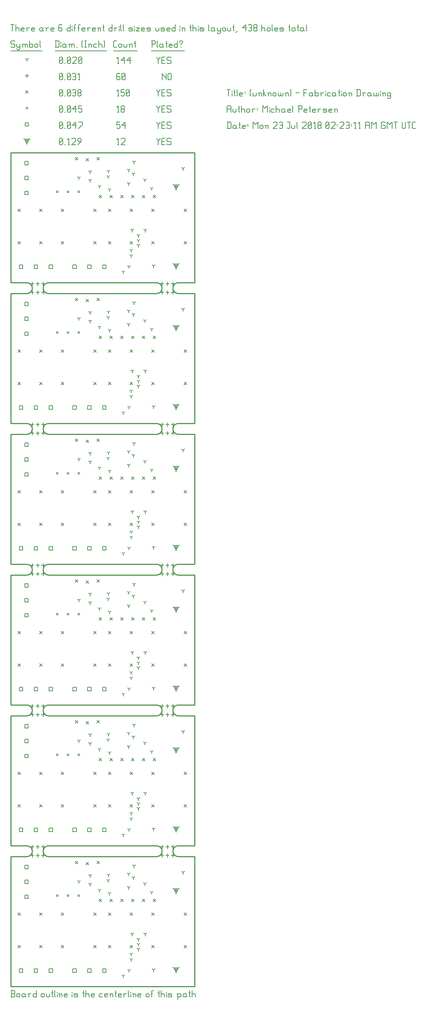
<source format=gbr>
G04 start of page 13 for group -3984 idx -3984 *
G04 Title: (unknown), fab *
G04 Creator: pcb 20140316 *
G04 CreationDate: Mon 23 Jul 2018 02:23:11 AM GMT UTC *
G04 For: railfan *
G04 Format: Gerber/RS-274X *
G04 PCB-Dimensions (mil): 1700.00 7700.00 *
G04 PCB-Coordinate-Origin: lower left *
%MOIN*%
%FSLAX25Y25*%
%LNFAB*%
%ADD89C,0.0100*%
%ADD88C,0.0060*%
%ADD87C,0.0001*%
%ADD86R,0.0080X0.0080*%
G54D86*X153000Y666000D02*Y662800D01*
G54D87*G36*
X152454Y666147D02*X155920Y668146D01*
X156320Y667453D01*
X152853Y665454D01*
X152454Y666147D01*
G37*
G36*
X153147Y665454D02*X149680Y667453D01*
X150080Y668146D01*
X153546Y666147D01*
X153147Y665454D01*
G37*
G54D86*X151400Y666000D02*G75*G03X154600Y666000I1600J0D01*G01*
G75*G03X151400Y666000I-1600J0D01*G01*
X153000Y739000D02*Y735800D01*
G54D87*G36*
X152454Y739147D02*X155920Y741146D01*
X156320Y740453D01*
X152853Y738454D01*
X152454Y739147D01*
G37*
G36*
X153147Y738454D02*X149680Y740453D01*
X150080Y741146D01*
X153546Y739147D01*
X153147Y738454D01*
G37*
G54D86*X151400Y739000D02*G75*G03X154600Y739000I1600J0D01*G01*
G75*G03X151400Y739000I-1600J0D01*G01*
X153000Y536000D02*Y532800D01*
G54D87*G36*
X152454Y536147D02*X155920Y538146D01*
X156320Y537453D01*
X152853Y535454D01*
X152454Y536147D01*
G37*
G36*
X153147Y535454D02*X149680Y537453D01*
X150080Y538146D01*
X153546Y536147D01*
X153147Y535454D01*
G37*
G54D86*X151400Y536000D02*G75*G03X154600Y536000I1600J0D01*G01*
G75*G03X151400Y536000I-1600J0D01*G01*
X153000Y609000D02*Y605800D01*
G54D87*G36*
X152454Y609147D02*X155920Y611146D01*
X156320Y610453D01*
X152853Y608454D01*
X152454Y609147D01*
G37*
G36*
X153147Y608454D02*X149680Y610453D01*
X150080Y611146D01*
X153546Y609147D01*
X153147Y608454D01*
G37*
G54D86*X151400Y609000D02*G75*G03X154600Y609000I1600J0D01*G01*
G75*G03X151400Y609000I-1600J0D01*G01*
X153000Y406000D02*Y402800D01*
G54D87*G36*
X152454Y406147D02*X155920Y408146D01*
X156320Y407453D01*
X152853Y405454D01*
X152454Y406147D01*
G37*
G36*
X153147Y405454D02*X149680Y407453D01*
X150080Y408146D01*
X153546Y406147D01*
X153147Y405454D01*
G37*
G54D86*X151400Y406000D02*G75*G03X154600Y406000I1600J0D01*G01*
G75*G03X151400Y406000I-1600J0D01*G01*
X153000Y479000D02*Y475800D01*
G54D87*G36*
X152454Y479147D02*X155920Y481146D01*
X156320Y480453D01*
X152853Y478454D01*
X152454Y479147D01*
G37*
G36*
X153147Y478454D02*X149680Y480453D01*
X150080Y481146D01*
X153546Y479147D01*
X153147Y478454D01*
G37*
G54D86*X151400Y479000D02*G75*G03X154600Y479000I1600J0D01*G01*
G75*G03X151400Y479000I-1600J0D01*G01*
X153000Y276000D02*Y272800D01*
G54D87*G36*
X152454Y276147D02*X155920Y278146D01*
X156320Y277453D01*
X152853Y275454D01*
X152454Y276147D01*
G37*
G36*
X153147Y275454D02*X149680Y277453D01*
X150080Y278146D01*
X153546Y276147D01*
X153147Y275454D01*
G37*
G54D86*X151400Y276000D02*G75*G03X154600Y276000I1600J0D01*G01*
G75*G03X151400Y276000I-1600J0D01*G01*
X153000Y349000D02*Y345800D01*
G54D87*G36*
X152454Y349147D02*X155920Y351146D01*
X156320Y350453D01*
X152853Y348454D01*
X152454Y349147D01*
G37*
G36*
X153147Y348454D02*X149680Y350453D01*
X150080Y351146D01*
X153546Y349147D01*
X153147Y348454D01*
G37*
G54D86*X151400Y349000D02*G75*G03X154600Y349000I1600J0D01*G01*
G75*G03X151400Y349000I-1600J0D01*G01*
X153000Y146000D02*Y142800D01*
G54D87*G36*
X152454Y146147D02*X155920Y148146D01*
X156320Y147453D01*
X152853Y145454D01*
X152454Y146147D01*
G37*
G36*
X153147Y145454D02*X149680Y147453D01*
X150080Y148146D01*
X153546Y146147D01*
X153147Y145454D01*
G37*
G54D86*X151400Y146000D02*G75*G03X154600Y146000I1600J0D01*G01*
G75*G03X151400Y146000I-1600J0D01*G01*
X153000Y219000D02*Y215800D01*
G54D87*G36*
X152454Y219147D02*X155920Y221146D01*
X156320Y220453D01*
X152853Y218454D01*
X152454Y219147D01*
G37*
G36*
X153147Y218454D02*X149680Y220453D01*
X150080Y221146D01*
X153546Y219147D01*
X153147Y218454D01*
G37*
G54D86*X151400Y219000D02*G75*G03X154600Y219000I1600J0D01*G01*
G75*G03X151400Y219000I-1600J0D01*G01*
X153000Y16000D02*Y12800D01*
G54D87*G36*
X152454Y16147D02*X155920Y18146D01*
X156320Y17453D01*
X152853Y15454D01*
X152454Y16147D01*
G37*
G36*
X153147Y15454D02*X149680Y17453D01*
X150080Y18146D01*
X153546Y16147D01*
X153147Y15454D01*
G37*
G54D86*X151400Y16000D02*G75*G03X154600Y16000I1600J0D01*G01*
G75*G03X151400Y16000I-1600J0D01*G01*
X153000Y89000D02*Y85800D01*
G54D87*G36*
X152454Y89147D02*X155920Y91146D01*
X156320Y90453D01*
X152853Y88454D01*
X152454Y89147D01*
G37*
G36*
X153147Y88454D02*X149680Y90453D01*
X150080Y91146D01*
X153546Y89147D01*
X153147Y88454D01*
G37*
G54D86*X151400Y89000D02*G75*G03X154600Y89000I1600J0D01*G01*
G75*G03X151400Y89000I-1600J0D01*G01*
X15000Y781250D02*Y778050D01*
G54D87*G36*
X14454Y781397D02*X17920Y783396D01*
X18320Y782703D01*
X14853Y780704D01*
X14454Y781397D01*
G37*
G36*
X15147Y780704D02*X11680Y782703D01*
X12080Y783396D01*
X15546Y781397D01*
X15147Y780704D01*
G37*
G54D86*X13400Y781250D02*G75*G03X16600Y781250I1600J0D01*G01*
G75*G03X13400Y781250I-1600J0D01*G01*
G54D88*X135000Y783500D02*Y782750D01*
X136500Y781250D01*
X138000Y782750D01*
Y783500D02*Y782750D01*
X136500Y781250D02*Y777500D01*
X139800Y780500D02*X142050D01*
X139800Y777500D02*X142800D01*
X139800Y783500D02*Y777500D01*
Y783500D02*X142800D01*
X147600D02*X148350Y782750D01*
X145350Y783500D02*X147600D01*
X144600Y782750D02*X145350Y783500D01*
X144600Y782750D02*Y781250D01*
X145350Y780500D01*
X147600D01*
X148350Y779750D01*
Y778250D01*
X147600Y777500D02*X148350Y778250D01*
X145350Y777500D02*X147600D01*
X144600Y778250D02*X145350Y777500D01*
X98750D02*X100250D01*
X99500Y783500D02*Y777500D01*
X98000Y782000D02*X99500Y783500D01*
X102050Y782750D02*X102800Y783500D01*
X105050D01*
X105800Y782750D01*
Y781250D01*
X102050Y777500D02*X105800Y781250D01*
X102050Y777500D02*X105800D01*
X45000Y778250D02*X45750Y777500D01*
X45000Y782750D02*Y778250D01*
Y782750D02*X45750Y783500D01*
X47250D01*
X48000Y782750D01*
Y778250D01*
X47250Y777500D02*X48000Y778250D01*
X45750Y777500D02*X47250D01*
X45000Y779000D02*X48000Y782000D01*
X49800Y777500D02*X50550D01*
X53100D02*X54600D01*
X53850Y783500D02*Y777500D01*
X52350Y782000D02*X53850Y783500D01*
X56400Y782750D02*X57150Y783500D01*
X59400D01*
X60150Y782750D01*
Y781250D01*
X56400Y777500D02*X60150Y781250D01*
X56400Y777500D02*X60150D01*
X61950D02*X64950Y780500D01*
Y782750D02*Y780500D01*
X64200Y783500D02*X64950Y782750D01*
X62700Y783500D02*X64200D01*
X61950Y782750D02*X62700Y783500D01*
X61950Y782750D02*Y781250D01*
X62700Y780500D01*
X64950D01*
X57455Y666273D02*X60655D01*
X57455D02*Y663073D01*
X60655D01*
Y666273D02*Y663073D01*
X71235Y666273D02*X74435D01*
X71235D02*Y663073D01*
X74435D01*
Y666273D02*Y663073D01*
X85014Y666273D02*X88214D01*
X85014D02*Y663073D01*
X88214D01*
Y666273D02*Y663073D01*
X13073Y762045D02*X16273D01*
X13073D02*Y758845D01*
X16273D01*
Y762045D02*Y758845D01*
X13073Y748265D02*X16273D01*
X13073D02*Y745065D01*
X16273D01*
Y748265D02*Y745065D01*
X13073Y734486D02*X16273D01*
X13073D02*Y731286D01*
X16273D01*
Y734486D02*Y731286D01*
X7955Y666273D02*X11155D01*
X7955D02*Y663073D01*
X11155D01*
Y666273D02*Y663073D01*
X21735Y666273D02*X24935D01*
X21735D02*Y663073D01*
X24935D01*
Y666273D02*Y663073D01*
X35514Y666273D02*X38714D01*
X35514D02*Y663073D01*
X38714D01*
Y666273D02*Y663073D01*
X57455Y536273D02*X60655D01*
X57455D02*Y533073D01*
X60655D01*
Y536273D02*Y533073D01*
X71235Y536273D02*X74435D01*
X71235D02*Y533073D01*
X74435D01*
Y536273D02*Y533073D01*
X85014Y536273D02*X88214D01*
X85014D02*Y533073D01*
X88214D01*
Y536273D02*Y533073D01*
X13073Y632045D02*X16273D01*
X13073D02*Y628845D01*
X16273D01*
Y632045D02*Y628845D01*
X13073Y618265D02*X16273D01*
X13073D02*Y615065D01*
X16273D01*
Y618265D02*Y615065D01*
X13073Y604486D02*X16273D01*
X13073D02*Y601286D01*
X16273D01*
Y604486D02*Y601286D01*
X7955Y536273D02*X11155D01*
X7955D02*Y533073D01*
X11155D01*
Y536273D02*Y533073D01*
X21735Y536273D02*X24935D01*
X21735D02*Y533073D01*
X24935D01*
Y536273D02*Y533073D01*
X35514Y536273D02*X38714D01*
X35514D02*Y533073D01*
X38714D01*
Y536273D02*Y533073D01*
X57455Y406273D02*X60655D01*
X57455D02*Y403073D01*
X60655D01*
Y406273D02*Y403073D01*
X71235Y406273D02*X74435D01*
X71235D02*Y403073D01*
X74435D01*
Y406273D02*Y403073D01*
X85014Y406273D02*X88214D01*
X85014D02*Y403073D01*
X88214D01*
Y406273D02*Y403073D01*
X13073Y502045D02*X16273D01*
X13073D02*Y498845D01*
X16273D01*
Y502045D02*Y498845D01*
X13073Y488265D02*X16273D01*
X13073D02*Y485065D01*
X16273D01*
Y488265D02*Y485065D01*
X13073Y474486D02*X16273D01*
X13073D02*Y471286D01*
X16273D01*
Y474486D02*Y471286D01*
X7955Y406273D02*X11155D01*
X7955D02*Y403073D01*
X11155D01*
Y406273D02*Y403073D01*
X21735Y406273D02*X24935D01*
X21735D02*Y403073D01*
X24935D01*
Y406273D02*Y403073D01*
X35514Y406273D02*X38714D01*
X35514D02*Y403073D01*
X38714D01*
Y406273D02*Y403073D01*
X57455Y276273D02*X60655D01*
X57455D02*Y273073D01*
X60655D01*
Y276273D02*Y273073D01*
X71235Y276273D02*X74435D01*
X71235D02*Y273073D01*
X74435D01*
Y276273D02*Y273073D01*
X85014Y276273D02*X88214D01*
X85014D02*Y273073D01*
X88214D01*
Y276273D02*Y273073D01*
X13073Y372045D02*X16273D01*
X13073D02*Y368845D01*
X16273D01*
Y372045D02*Y368845D01*
X13073Y358265D02*X16273D01*
X13073D02*Y355065D01*
X16273D01*
Y358265D02*Y355065D01*
X13073Y344486D02*X16273D01*
X13073D02*Y341286D01*
X16273D01*
Y344486D02*Y341286D01*
X7955Y276273D02*X11155D01*
X7955D02*Y273073D01*
X11155D01*
Y276273D02*Y273073D01*
X21735Y276273D02*X24935D01*
X21735D02*Y273073D01*
X24935D01*
Y276273D02*Y273073D01*
X35514Y276273D02*X38714D01*
X35514D02*Y273073D01*
X38714D01*
Y276273D02*Y273073D01*
X57455Y146273D02*X60655D01*
X57455D02*Y143073D01*
X60655D01*
Y146273D02*Y143073D01*
X71235Y146273D02*X74435D01*
X71235D02*Y143073D01*
X74435D01*
Y146273D02*Y143073D01*
X85014Y146273D02*X88214D01*
X85014D02*Y143073D01*
X88214D01*
Y146273D02*Y143073D01*
X13073Y242045D02*X16273D01*
X13073D02*Y238845D01*
X16273D01*
Y242045D02*Y238845D01*
X13073Y228265D02*X16273D01*
X13073D02*Y225065D01*
X16273D01*
Y228265D02*Y225065D01*
X13073Y214486D02*X16273D01*
X13073D02*Y211286D01*
X16273D01*
Y214486D02*Y211286D01*
X7955Y146273D02*X11155D01*
X7955D02*Y143073D01*
X11155D01*
Y146273D02*Y143073D01*
X21735Y146273D02*X24935D01*
X21735D02*Y143073D01*
X24935D01*
Y146273D02*Y143073D01*
X35514Y146273D02*X38714D01*
X35514D02*Y143073D01*
X38714D01*
Y146273D02*Y143073D01*
X57455Y16273D02*X60655D01*
X57455D02*Y13073D01*
X60655D01*
Y16273D02*Y13073D01*
X71235Y16273D02*X74435D01*
X71235D02*Y13073D01*
X74435D01*
Y16273D02*Y13073D01*
X85014Y16273D02*X88214D01*
X85014D02*Y13073D01*
X88214D01*
Y16273D02*Y13073D01*
X13073Y112045D02*X16273D01*
X13073D02*Y108845D01*
X16273D01*
Y112045D02*Y108845D01*
X13073Y98265D02*X16273D01*
X13073D02*Y95065D01*
X16273D01*
Y98265D02*Y95065D01*
X13073Y84486D02*X16273D01*
X13073D02*Y81286D01*
X16273D01*
Y84486D02*Y81286D01*
X7955Y16273D02*X11155D01*
X7955D02*Y13073D01*
X11155D01*
Y16273D02*Y13073D01*
X21735Y16273D02*X24935D01*
X21735D02*Y13073D01*
X24935D01*
Y16273D02*Y13073D01*
X35514Y16273D02*X38714D01*
X35514D02*Y13073D01*
X38714D01*
Y16273D02*Y13073D01*
X13400Y797850D02*X16600D01*
X13400D02*Y794650D01*
X16600D01*
Y797850D02*Y794650D01*
X135000Y798500D02*Y797750D01*
X136500Y796250D01*
X138000Y797750D01*
Y798500D02*Y797750D01*
X136500Y796250D02*Y792500D01*
X139800Y795500D02*X142050D01*
X139800Y792500D02*X142800D01*
X139800Y798500D02*Y792500D01*
Y798500D02*X142800D01*
X147600D02*X148350Y797750D01*
X145350Y798500D02*X147600D01*
X144600Y797750D02*X145350Y798500D01*
X144600Y797750D02*Y796250D01*
X145350Y795500D01*
X147600D01*
X148350Y794750D01*
Y793250D01*
X147600Y792500D02*X148350Y793250D01*
X145350Y792500D02*X147600D01*
X144600Y793250D02*X145350Y792500D01*
X98000Y798500D02*X101000D01*
X98000D02*Y795500D01*
X98750Y796250D01*
X100250D01*
X101000Y795500D01*
Y793250D01*
X100250Y792500D02*X101000Y793250D01*
X98750Y792500D02*X100250D01*
X98000Y793250D02*X98750Y792500D01*
X102800Y795500D02*X105800Y798500D01*
X102800Y795500D02*X106550D01*
X105800Y798500D02*Y792500D01*
X45000Y793250D02*X45750Y792500D01*
X45000Y797750D02*Y793250D01*
Y797750D02*X45750Y798500D01*
X47250D01*
X48000Y797750D01*
Y793250D01*
X47250Y792500D02*X48000Y793250D01*
X45750Y792500D02*X47250D01*
X45000Y794000D02*X48000Y797000D01*
X49800Y792500D02*X50550D01*
X52350Y793250D02*X53100Y792500D01*
X52350Y797750D02*Y793250D01*
Y797750D02*X53100Y798500D01*
X54600D01*
X55350Y797750D01*
Y793250D01*
X54600Y792500D02*X55350Y793250D01*
X53100Y792500D02*X54600D01*
X52350Y794000D02*X55350Y797000D01*
X57150Y795500D02*X60150Y798500D01*
X57150Y795500D02*X60900D01*
X60150Y798500D02*Y792500D01*
X62700D02*X66450Y796250D01*
Y798500D02*Y796250D01*
X62700Y798500D02*X66450D01*
X62200Y734000D02*G75*G03X63800Y734000I800J0D01*G01*
G75*G03X62200Y734000I-800J0D01*G01*
X52200D02*G75*G03X53800Y734000I800J0D01*G01*
G75*G03X52200Y734000I-800J0D01*G01*
X42200D02*G75*G03X43800Y734000I800J0D01*G01*
G75*G03X42200Y734000I-800J0D01*G01*
X62200Y604000D02*G75*G03X63800Y604000I800J0D01*G01*
G75*G03X62200Y604000I-800J0D01*G01*
X52200D02*G75*G03X53800Y604000I800J0D01*G01*
G75*G03X52200Y604000I-800J0D01*G01*
X42200D02*G75*G03X43800Y604000I800J0D01*G01*
G75*G03X42200Y604000I-800J0D01*G01*
X62200Y474000D02*G75*G03X63800Y474000I800J0D01*G01*
G75*G03X62200Y474000I-800J0D01*G01*
X52200D02*G75*G03X53800Y474000I800J0D01*G01*
G75*G03X52200Y474000I-800J0D01*G01*
X42200D02*G75*G03X43800Y474000I800J0D01*G01*
G75*G03X42200Y474000I-800J0D01*G01*
X62200Y344000D02*G75*G03X63800Y344000I800J0D01*G01*
G75*G03X62200Y344000I-800J0D01*G01*
X52200D02*G75*G03X53800Y344000I800J0D01*G01*
G75*G03X52200Y344000I-800J0D01*G01*
X42200D02*G75*G03X43800Y344000I800J0D01*G01*
G75*G03X42200Y344000I-800J0D01*G01*
X62200Y214000D02*G75*G03X63800Y214000I800J0D01*G01*
G75*G03X62200Y214000I-800J0D01*G01*
X52200D02*G75*G03X53800Y214000I800J0D01*G01*
G75*G03X52200Y214000I-800J0D01*G01*
X42200D02*G75*G03X43800Y214000I800J0D01*G01*
G75*G03X42200Y214000I-800J0D01*G01*
X62200Y84000D02*G75*G03X63800Y84000I800J0D01*G01*
G75*G03X62200Y84000I-800J0D01*G01*
X52200D02*G75*G03X53800Y84000I800J0D01*G01*
G75*G03X52200Y84000I-800J0D01*G01*
X42200D02*G75*G03X43800Y84000I800J0D01*G01*
G75*G03X42200Y84000I-800J0D01*G01*
X14200Y811250D02*G75*G03X15800Y811250I800J0D01*G01*
G75*G03X14200Y811250I-800J0D01*G01*
X135000Y813500D02*Y812750D01*
X136500Y811250D01*
X138000Y812750D01*
Y813500D02*Y812750D01*
X136500Y811250D02*Y807500D01*
X139800Y810500D02*X142050D01*
X139800Y807500D02*X142800D01*
X139800Y813500D02*Y807500D01*
Y813500D02*X142800D01*
X147600D02*X148350Y812750D01*
X145350Y813500D02*X147600D01*
X144600Y812750D02*X145350Y813500D01*
X144600Y812750D02*Y811250D01*
X145350Y810500D01*
X147600D01*
X148350Y809750D01*
Y808250D01*
X147600Y807500D02*X148350Y808250D01*
X145350Y807500D02*X147600D01*
X144600Y808250D02*X145350Y807500D01*
X98750D02*X100250D01*
X99500Y813500D02*Y807500D01*
X98000Y812000D02*X99500Y813500D01*
X102050Y808250D02*X102800Y807500D01*
X102050Y809750D02*Y808250D01*
Y809750D02*X102800Y810500D01*
X104300D01*
X105050Y809750D01*
Y808250D01*
X104300Y807500D02*X105050Y808250D01*
X102800Y807500D02*X104300D01*
X102050Y811250D02*X102800Y810500D01*
X102050Y812750D02*Y811250D01*
Y812750D02*X102800Y813500D01*
X104300D01*
X105050Y812750D01*
Y811250D01*
X104300Y810500D02*X105050Y811250D01*
X45000Y808250D02*X45750Y807500D01*
X45000Y812750D02*Y808250D01*
Y812750D02*X45750Y813500D01*
X47250D01*
X48000Y812750D01*
Y808250D01*
X47250Y807500D02*X48000Y808250D01*
X45750Y807500D02*X47250D01*
X45000Y809000D02*X48000Y812000D01*
X49800Y807500D02*X50550D01*
X52350Y808250D02*X53100Y807500D01*
X52350Y812750D02*Y808250D01*
Y812750D02*X53100Y813500D01*
X54600D01*
X55350Y812750D01*
Y808250D01*
X54600Y807500D02*X55350Y808250D01*
X53100Y807500D02*X54600D01*
X52350Y809000D02*X55350Y812000D01*
X57150Y810500D02*X60150Y813500D01*
X57150Y810500D02*X60900D01*
X60150Y813500D02*Y807500D01*
X62700Y813500D02*X65700D01*
X62700D02*Y810500D01*
X63450Y811250D01*
X64950D01*
X65700Y810500D01*
Y808250D01*
X64950Y807500D02*X65700Y808250D01*
X63450Y807500D02*X64950D01*
X62700Y808250D02*X63450Y807500D01*
X131800Y730700D02*X134200Y728300D01*
X131800D02*X134200Y730700D01*
X121800D02*X124200Y728300D01*
X121800D02*X124200Y730700D01*
X111800D02*X114200Y728300D01*
X111800D02*X114200Y730700D01*
X101800D02*X104200Y728300D01*
X101800D02*X104200Y730700D01*
X91800D02*X94200Y728300D01*
X91800D02*X94200Y730700D01*
X81800D02*X84200Y728300D01*
X81800D02*X84200Y730700D01*
X160300Y718200D02*X162700Y715800D01*
X160300D02*X162700Y718200D01*
X130300D02*X132700Y715800D01*
X130300D02*X132700Y718200D01*
X110300D02*X112700Y715800D01*
X110300D02*X112700Y718200D01*
X90300D02*X92700Y715800D01*
X90300D02*X92700Y718200D01*
X90300Y688200D02*X92700Y685800D01*
X90300D02*X92700Y688200D01*
X110300D02*X112700Y685800D01*
X110300D02*X112700Y688200D01*
X130300D02*X132700Y685800D01*
X130300D02*X132700Y688200D01*
X160300D02*X162700Y685800D01*
X160300D02*X162700Y688200D01*
X76800Y718200D02*X79200Y715800D01*
X76800D02*X79200Y718200D01*
X46800D02*X49200Y715800D01*
X46800D02*X49200Y718200D01*
X26800D02*X29200Y715800D01*
X26800D02*X29200Y718200D01*
X6800D02*X9200Y715800D01*
X6800D02*X9200Y718200D01*
X6800Y688200D02*X9200Y685800D01*
X6800D02*X9200Y688200D01*
X26800D02*X29200Y685800D01*
X26800D02*X29200Y688200D01*
X46800D02*X49200Y685800D01*
X46800D02*X49200Y688200D01*
X76800D02*X79200Y685800D01*
X76800D02*X79200Y688200D01*
X79800Y765700D02*X82200Y763300D01*
X79800D02*X82200Y765700D01*
X69800Y764700D02*X72200Y762300D01*
X69800D02*X72200Y764700D01*
X59800Y765700D02*X62200Y763300D01*
X59800D02*X62200Y765700D01*
X131800Y600700D02*X134200Y598300D01*
X131800D02*X134200Y600700D01*
X121800D02*X124200Y598300D01*
X121800D02*X124200Y600700D01*
X111800D02*X114200Y598300D01*
X111800D02*X114200Y600700D01*
X101800D02*X104200Y598300D01*
X101800D02*X104200Y600700D01*
X91800D02*X94200Y598300D01*
X91800D02*X94200Y600700D01*
X81800D02*X84200Y598300D01*
X81800D02*X84200Y600700D01*
X160300Y588200D02*X162700Y585800D01*
X160300D02*X162700Y588200D01*
X130300D02*X132700Y585800D01*
X130300D02*X132700Y588200D01*
X110300D02*X112700Y585800D01*
X110300D02*X112700Y588200D01*
X90300D02*X92700Y585800D01*
X90300D02*X92700Y588200D01*
X90300Y558200D02*X92700Y555800D01*
X90300D02*X92700Y558200D01*
X110300D02*X112700Y555800D01*
X110300D02*X112700Y558200D01*
X130300D02*X132700Y555800D01*
X130300D02*X132700Y558200D01*
X160300D02*X162700Y555800D01*
X160300D02*X162700Y558200D01*
X76800Y588200D02*X79200Y585800D01*
X76800D02*X79200Y588200D01*
X46800D02*X49200Y585800D01*
X46800D02*X49200Y588200D01*
X26800D02*X29200Y585800D01*
X26800D02*X29200Y588200D01*
X6800D02*X9200Y585800D01*
X6800D02*X9200Y588200D01*
X6800Y558200D02*X9200Y555800D01*
X6800D02*X9200Y558200D01*
X26800D02*X29200Y555800D01*
X26800D02*X29200Y558200D01*
X46800D02*X49200Y555800D01*
X46800D02*X49200Y558200D01*
X76800D02*X79200Y555800D01*
X76800D02*X79200Y558200D01*
X79800Y635700D02*X82200Y633300D01*
X79800D02*X82200Y635700D01*
X69800Y634700D02*X72200Y632300D01*
X69800D02*X72200Y634700D01*
X59800Y635700D02*X62200Y633300D01*
X59800D02*X62200Y635700D01*
X131800Y470700D02*X134200Y468300D01*
X131800D02*X134200Y470700D01*
X121800D02*X124200Y468300D01*
X121800D02*X124200Y470700D01*
X111800D02*X114200Y468300D01*
X111800D02*X114200Y470700D01*
X101800D02*X104200Y468300D01*
X101800D02*X104200Y470700D01*
X91800D02*X94200Y468300D01*
X91800D02*X94200Y470700D01*
X81800D02*X84200Y468300D01*
X81800D02*X84200Y470700D01*
X160300Y458200D02*X162700Y455800D01*
X160300D02*X162700Y458200D01*
X130300D02*X132700Y455800D01*
X130300D02*X132700Y458200D01*
X110300D02*X112700Y455800D01*
X110300D02*X112700Y458200D01*
X90300D02*X92700Y455800D01*
X90300D02*X92700Y458200D01*
X90300Y428200D02*X92700Y425800D01*
X90300D02*X92700Y428200D01*
X110300D02*X112700Y425800D01*
X110300D02*X112700Y428200D01*
X130300D02*X132700Y425800D01*
X130300D02*X132700Y428200D01*
X160300D02*X162700Y425800D01*
X160300D02*X162700Y428200D01*
X76800Y458200D02*X79200Y455800D01*
X76800D02*X79200Y458200D01*
X46800D02*X49200Y455800D01*
X46800D02*X49200Y458200D01*
X26800D02*X29200Y455800D01*
X26800D02*X29200Y458200D01*
X6800D02*X9200Y455800D01*
X6800D02*X9200Y458200D01*
X6800Y428200D02*X9200Y425800D01*
X6800D02*X9200Y428200D01*
X26800D02*X29200Y425800D01*
X26800D02*X29200Y428200D01*
X46800D02*X49200Y425800D01*
X46800D02*X49200Y428200D01*
X76800D02*X79200Y425800D01*
X76800D02*X79200Y428200D01*
X79800Y505700D02*X82200Y503300D01*
X79800D02*X82200Y505700D01*
X69800Y504700D02*X72200Y502300D01*
X69800D02*X72200Y504700D01*
X59800Y505700D02*X62200Y503300D01*
X59800D02*X62200Y505700D01*
X131800Y340700D02*X134200Y338300D01*
X131800D02*X134200Y340700D01*
X121800D02*X124200Y338300D01*
X121800D02*X124200Y340700D01*
X111800D02*X114200Y338300D01*
X111800D02*X114200Y340700D01*
X101800D02*X104200Y338300D01*
X101800D02*X104200Y340700D01*
X91800D02*X94200Y338300D01*
X91800D02*X94200Y340700D01*
X81800D02*X84200Y338300D01*
X81800D02*X84200Y340700D01*
X160300Y328200D02*X162700Y325800D01*
X160300D02*X162700Y328200D01*
X130300D02*X132700Y325800D01*
X130300D02*X132700Y328200D01*
X110300D02*X112700Y325800D01*
X110300D02*X112700Y328200D01*
X90300D02*X92700Y325800D01*
X90300D02*X92700Y328200D01*
X90300Y298200D02*X92700Y295800D01*
X90300D02*X92700Y298200D01*
X110300D02*X112700Y295800D01*
X110300D02*X112700Y298200D01*
X130300D02*X132700Y295800D01*
X130300D02*X132700Y298200D01*
X160300D02*X162700Y295800D01*
X160300D02*X162700Y298200D01*
X76800Y328200D02*X79200Y325800D01*
X76800D02*X79200Y328200D01*
X46800D02*X49200Y325800D01*
X46800D02*X49200Y328200D01*
X26800D02*X29200Y325800D01*
X26800D02*X29200Y328200D01*
X6800D02*X9200Y325800D01*
X6800D02*X9200Y328200D01*
X6800Y298200D02*X9200Y295800D01*
X6800D02*X9200Y298200D01*
X26800D02*X29200Y295800D01*
X26800D02*X29200Y298200D01*
X46800D02*X49200Y295800D01*
X46800D02*X49200Y298200D01*
X76800D02*X79200Y295800D01*
X76800D02*X79200Y298200D01*
X79800Y375700D02*X82200Y373300D01*
X79800D02*X82200Y375700D01*
X69800Y374700D02*X72200Y372300D01*
X69800D02*X72200Y374700D01*
X59800Y375700D02*X62200Y373300D01*
X59800D02*X62200Y375700D01*
X131800Y210700D02*X134200Y208300D01*
X131800D02*X134200Y210700D01*
X121800D02*X124200Y208300D01*
X121800D02*X124200Y210700D01*
X111800D02*X114200Y208300D01*
X111800D02*X114200Y210700D01*
X101800D02*X104200Y208300D01*
X101800D02*X104200Y210700D01*
X91800D02*X94200Y208300D01*
X91800D02*X94200Y210700D01*
X81800D02*X84200Y208300D01*
X81800D02*X84200Y210700D01*
X160300Y198200D02*X162700Y195800D01*
X160300D02*X162700Y198200D01*
X130300D02*X132700Y195800D01*
X130300D02*X132700Y198200D01*
X110300D02*X112700Y195800D01*
X110300D02*X112700Y198200D01*
X90300D02*X92700Y195800D01*
X90300D02*X92700Y198200D01*
X90300Y168200D02*X92700Y165800D01*
X90300D02*X92700Y168200D01*
X110300D02*X112700Y165800D01*
X110300D02*X112700Y168200D01*
X130300D02*X132700Y165800D01*
X130300D02*X132700Y168200D01*
X160300D02*X162700Y165800D01*
X160300D02*X162700Y168200D01*
X76800Y198200D02*X79200Y195800D01*
X76800D02*X79200Y198200D01*
X46800D02*X49200Y195800D01*
X46800D02*X49200Y198200D01*
X26800D02*X29200Y195800D01*
X26800D02*X29200Y198200D01*
X6800D02*X9200Y195800D01*
X6800D02*X9200Y198200D01*
X6800Y168200D02*X9200Y165800D01*
X6800D02*X9200Y168200D01*
X26800D02*X29200Y165800D01*
X26800D02*X29200Y168200D01*
X46800D02*X49200Y165800D01*
X46800D02*X49200Y168200D01*
X76800D02*X79200Y165800D01*
X76800D02*X79200Y168200D01*
X79800Y245700D02*X82200Y243300D01*
X79800D02*X82200Y245700D01*
X69800Y244700D02*X72200Y242300D01*
X69800D02*X72200Y244700D01*
X59800Y245700D02*X62200Y243300D01*
X59800D02*X62200Y245700D01*
X131800Y80700D02*X134200Y78300D01*
X131800D02*X134200Y80700D01*
X121800D02*X124200Y78300D01*
X121800D02*X124200Y80700D01*
X111800D02*X114200Y78300D01*
X111800D02*X114200Y80700D01*
X101800D02*X104200Y78300D01*
X101800D02*X104200Y80700D01*
X91800D02*X94200Y78300D01*
X91800D02*X94200Y80700D01*
X81800D02*X84200Y78300D01*
X81800D02*X84200Y80700D01*
X160300Y68200D02*X162700Y65800D01*
X160300D02*X162700Y68200D01*
X130300D02*X132700Y65800D01*
X130300D02*X132700Y68200D01*
X110300D02*X112700Y65800D01*
X110300D02*X112700Y68200D01*
X90300D02*X92700Y65800D01*
X90300D02*X92700Y68200D01*
X90300Y38200D02*X92700Y35800D01*
X90300D02*X92700Y38200D01*
X110300D02*X112700Y35800D01*
X110300D02*X112700Y38200D01*
X130300D02*X132700Y35800D01*
X130300D02*X132700Y38200D01*
X160300D02*X162700Y35800D01*
X160300D02*X162700Y38200D01*
X76800Y68200D02*X79200Y65800D01*
X76800D02*X79200Y68200D01*
X46800D02*X49200Y65800D01*
X46800D02*X49200Y68200D01*
X26800D02*X29200Y65800D01*
X26800D02*X29200Y68200D01*
X6800D02*X9200Y65800D01*
X6800D02*X9200Y68200D01*
X6800Y38200D02*X9200Y35800D01*
X6800D02*X9200Y38200D01*
X26800D02*X29200Y35800D01*
X26800D02*X29200Y38200D01*
X46800D02*X49200Y35800D01*
X46800D02*X49200Y38200D01*
X76800D02*X79200Y35800D01*
X76800D02*X79200Y38200D01*
X79800Y115700D02*X82200Y113300D01*
X79800D02*X82200Y115700D01*
X69800Y114700D02*X72200Y112300D01*
X69800D02*X72200Y114700D01*
X59800Y115700D02*X62200Y113300D01*
X59800D02*X62200Y115700D01*
X13800Y827450D02*X16200Y825050D01*
X13800D02*X16200Y827450D01*
X135000Y828500D02*Y827750D01*
X136500Y826250D01*
X138000Y827750D01*
Y828500D02*Y827750D01*
X136500Y826250D02*Y822500D01*
X139800Y825500D02*X142050D01*
X139800Y822500D02*X142800D01*
X139800Y828500D02*Y822500D01*
Y828500D02*X142800D01*
X147600D02*X148350Y827750D01*
X145350Y828500D02*X147600D01*
X144600Y827750D02*X145350Y828500D01*
X144600Y827750D02*Y826250D01*
X145350Y825500D01*
X147600D01*
X148350Y824750D01*
Y823250D01*
X147600Y822500D02*X148350Y823250D01*
X145350Y822500D02*X147600D01*
X144600Y823250D02*X145350Y822500D01*
X98750D02*X100250D01*
X99500Y828500D02*Y822500D01*
X98000Y827000D02*X99500Y828500D01*
X102050D02*X105050D01*
X102050D02*Y825500D01*
X102800Y826250D01*
X104300D01*
X105050Y825500D01*
Y823250D01*
X104300Y822500D02*X105050Y823250D01*
X102800Y822500D02*X104300D01*
X102050Y823250D02*X102800Y822500D01*
X106850Y823250D02*X107600Y822500D01*
X106850Y827750D02*Y823250D01*
Y827750D02*X107600Y828500D01*
X109100D01*
X109850Y827750D01*
Y823250D01*
X109100Y822500D02*X109850Y823250D01*
X107600Y822500D02*X109100D01*
X106850Y824000D02*X109850Y827000D01*
X45000Y823250D02*X45750Y822500D01*
X45000Y827750D02*Y823250D01*
Y827750D02*X45750Y828500D01*
X47250D01*
X48000Y827750D01*
Y823250D01*
X47250Y822500D02*X48000Y823250D01*
X45750Y822500D02*X47250D01*
X45000Y824000D02*X48000Y827000D01*
X49800Y822500D02*X50550D01*
X52350Y823250D02*X53100Y822500D01*
X52350Y827750D02*Y823250D01*
Y827750D02*X53100Y828500D01*
X54600D01*
X55350Y827750D01*
Y823250D01*
X54600Y822500D02*X55350Y823250D01*
X53100Y822500D02*X54600D01*
X52350Y824000D02*X55350Y827000D01*
X57150Y827750D02*X57900Y828500D01*
X59400D01*
X60150Y827750D01*
Y823250D01*
X59400Y822500D02*X60150Y823250D01*
X57900Y822500D02*X59400D01*
X57150Y823250D02*X57900Y822500D01*
Y825500D02*X60150D01*
X61950Y823250D02*X62700Y822500D01*
X61950Y824750D02*Y823250D01*
Y824750D02*X62700Y825500D01*
X64200D01*
X64950Y824750D01*
Y823250D01*
X64200Y822500D02*X64950Y823250D01*
X62700Y822500D02*X64200D01*
X61950Y826250D02*X62700Y825500D01*
X61950Y827750D02*Y826250D01*
Y827750D02*X62700Y828500D01*
X64200D01*
X64950Y827750D01*
Y826250D01*
X64200Y825500D02*X64950Y826250D01*
X30000Y642600D02*Y639400D01*
X28400Y641000D02*X31600D01*
X20000Y642600D02*Y639400D01*
X18400Y641000D02*X21600D01*
X25000Y642600D02*Y639400D01*
X23400Y641000D02*X26600D01*
X30000Y650600D02*Y647400D01*
X28400Y649000D02*X31600D01*
X25000Y650600D02*Y647400D01*
X23400Y649000D02*X26600D01*
X20000Y650600D02*Y647400D01*
X18400Y649000D02*X21600D01*
X150000Y642600D02*Y639400D01*
X148400Y641000D02*X151600D01*
X140000Y642600D02*Y639400D01*
X138400Y641000D02*X141600D01*
X145000Y642600D02*Y639400D01*
X143400Y641000D02*X146600D01*
X150000Y650600D02*Y647400D01*
X148400Y649000D02*X151600D01*
X145000Y650600D02*Y647400D01*
X143400Y649000D02*X146600D01*
X140000Y650600D02*Y647400D01*
X138400Y649000D02*X141600D01*
X30000Y512600D02*Y509400D01*
X28400Y511000D02*X31600D01*
X20000Y512600D02*Y509400D01*
X18400Y511000D02*X21600D01*
X25000Y512600D02*Y509400D01*
X23400Y511000D02*X26600D01*
X30000Y520600D02*Y517400D01*
X28400Y519000D02*X31600D01*
X25000Y520600D02*Y517400D01*
X23400Y519000D02*X26600D01*
X20000Y520600D02*Y517400D01*
X18400Y519000D02*X21600D01*
X150000Y512600D02*Y509400D01*
X148400Y511000D02*X151600D01*
X140000Y512600D02*Y509400D01*
X138400Y511000D02*X141600D01*
X145000Y512600D02*Y509400D01*
X143400Y511000D02*X146600D01*
X150000Y520600D02*Y517400D01*
X148400Y519000D02*X151600D01*
X145000Y520600D02*Y517400D01*
X143400Y519000D02*X146600D01*
X140000Y520600D02*Y517400D01*
X138400Y519000D02*X141600D01*
X30000Y382600D02*Y379400D01*
X28400Y381000D02*X31600D01*
X20000Y382600D02*Y379400D01*
X18400Y381000D02*X21600D01*
X25000Y382600D02*Y379400D01*
X23400Y381000D02*X26600D01*
X30000Y390600D02*Y387400D01*
X28400Y389000D02*X31600D01*
X25000Y390600D02*Y387400D01*
X23400Y389000D02*X26600D01*
X20000Y390600D02*Y387400D01*
X18400Y389000D02*X21600D01*
X150000Y382600D02*Y379400D01*
X148400Y381000D02*X151600D01*
X140000Y382600D02*Y379400D01*
X138400Y381000D02*X141600D01*
X145000Y382600D02*Y379400D01*
X143400Y381000D02*X146600D01*
X150000Y390600D02*Y387400D01*
X148400Y389000D02*X151600D01*
X145000Y390600D02*Y387400D01*
X143400Y389000D02*X146600D01*
X140000Y390600D02*Y387400D01*
X138400Y389000D02*X141600D01*
X30000Y252600D02*Y249400D01*
X28400Y251000D02*X31600D01*
X20000Y252600D02*Y249400D01*
X18400Y251000D02*X21600D01*
X25000Y252600D02*Y249400D01*
X23400Y251000D02*X26600D01*
X30000Y260600D02*Y257400D01*
X28400Y259000D02*X31600D01*
X25000Y260600D02*Y257400D01*
X23400Y259000D02*X26600D01*
X20000Y260600D02*Y257400D01*
X18400Y259000D02*X21600D01*
X150000Y252600D02*Y249400D01*
X148400Y251000D02*X151600D01*
X140000Y252600D02*Y249400D01*
X138400Y251000D02*X141600D01*
X145000Y252600D02*Y249400D01*
X143400Y251000D02*X146600D01*
X150000Y260600D02*Y257400D01*
X148400Y259000D02*X151600D01*
X145000Y260600D02*Y257400D01*
X143400Y259000D02*X146600D01*
X140000Y260600D02*Y257400D01*
X138400Y259000D02*X141600D01*
X30000Y122600D02*Y119400D01*
X28400Y121000D02*X31600D01*
X20000Y122600D02*Y119400D01*
X18400Y121000D02*X21600D01*
X25000Y122600D02*Y119400D01*
X23400Y121000D02*X26600D01*
X30000Y130600D02*Y127400D01*
X28400Y129000D02*X31600D01*
X25000Y130600D02*Y127400D01*
X23400Y129000D02*X26600D01*
X20000Y130600D02*Y127400D01*
X18400Y129000D02*X21600D01*
X150000Y122600D02*Y119400D01*
X148400Y121000D02*X151600D01*
X140000Y122600D02*Y119400D01*
X138400Y121000D02*X141600D01*
X145000Y122600D02*Y119400D01*
X143400Y121000D02*X146600D01*
X150000Y130600D02*Y127400D01*
X148400Y129000D02*X151600D01*
X145000Y130600D02*Y127400D01*
X143400Y129000D02*X146600D01*
X140000Y130600D02*Y127400D01*
X138400Y129000D02*X141600D01*
X15000Y842850D02*Y839650D01*
X13400Y841250D02*X16600D01*
X140000Y843500D02*Y837500D01*
Y843500D02*Y842750D01*
X143750Y839000D01*
Y843500D02*Y837500D01*
X145550Y842750D02*Y838250D01*
Y842750D02*X146300Y843500D01*
X147800D01*
X148550Y842750D01*
Y838250D01*
X147800Y837500D02*X148550Y838250D01*
X146300Y837500D02*X147800D01*
X145550Y838250D02*X146300Y837500D01*
X100250Y843500D02*X101000Y842750D01*
X98750Y843500D02*X100250D01*
X98000Y842750D02*X98750Y843500D01*
X98000Y842750D02*Y838250D01*
X98750Y837500D01*
X100250Y840500D02*X101000Y839750D01*
X98000Y840500D02*X100250D01*
X98750Y837500D02*X100250D01*
X101000Y838250D01*
Y839750D02*Y838250D01*
X102800D02*X103550Y837500D01*
X102800Y842750D02*Y838250D01*
Y842750D02*X103550Y843500D01*
X105050D01*
X105800Y842750D01*
Y838250D01*
X105050Y837500D02*X105800Y838250D01*
X103550Y837500D02*X105050D01*
X102800Y839000D02*X105800Y842000D01*
X45000Y838250D02*X45750Y837500D01*
X45000Y842750D02*Y838250D01*
Y842750D02*X45750Y843500D01*
X47250D01*
X48000Y842750D01*
Y838250D01*
X47250Y837500D02*X48000Y838250D01*
X45750Y837500D02*X47250D01*
X45000Y839000D02*X48000Y842000D01*
X49800Y837500D02*X50550D01*
X52350Y838250D02*X53100Y837500D01*
X52350Y842750D02*Y838250D01*
Y842750D02*X53100Y843500D01*
X54600D01*
X55350Y842750D01*
Y838250D01*
X54600Y837500D02*X55350Y838250D01*
X53100Y837500D02*X54600D01*
X52350Y839000D02*X55350Y842000D01*
X57150Y842750D02*X57900Y843500D01*
X59400D01*
X60150Y842750D01*
Y838250D01*
X59400Y837500D02*X60150Y838250D01*
X57900Y837500D02*X59400D01*
X57150Y838250D02*X57900Y837500D01*
Y840500D02*X60150D01*
X62700Y837500D02*X64200D01*
X63450Y843500D02*Y837500D01*
X61950Y842000D02*X63450Y843500D01*
X109000Y741500D02*Y739900D01*
Y741500D02*X110387Y742300D01*
X109000Y741500D02*X107613Y742300D01*
X73500Y744500D02*Y742900D01*
Y744500D02*X74887Y745300D01*
X73500Y744500D02*X72113Y745300D01*
X73500Y752500D02*Y750900D01*
Y752500D02*X74887Y753300D01*
X73500Y752500D02*X72113Y753300D01*
X82000Y739000D02*Y737400D01*
Y739000D02*X83387Y739800D01*
X82000Y739000D02*X80613Y739800D01*
X91500Y736000D02*Y734400D01*
Y736000D02*X92887Y736800D01*
X91500Y736000D02*X90113Y736800D01*
X63000Y747000D02*Y745400D01*
Y747000D02*X64387Y747800D01*
X63000Y747000D02*X61613Y747800D01*
X124500Y698500D02*Y696900D01*
Y698500D02*X125887Y699300D01*
X124500Y698500D02*X123113Y699300D01*
X104000Y660000D02*Y658400D01*
Y660000D02*X105387Y660800D01*
X104000Y660000D02*X102613Y660800D01*
X109500Y665000D02*Y663400D01*
Y665000D02*X110887Y665800D01*
X109500Y665000D02*X108113Y665800D01*
X132000Y665500D02*Y663900D01*
Y665500D02*X133387Y666300D01*
X132000Y665500D02*X130613Y666300D01*
X112500Y698500D02*Y696900D01*
Y698500D02*X113887Y699300D01*
X112500Y698500D02*X111113Y699300D01*
X118000Y684500D02*Y682900D01*
Y684500D02*X119387Y685300D01*
X118000Y684500D02*X116613Y685300D01*
X118000Y689000D02*Y687400D01*
Y689000D02*X119387Y689800D01*
X118000Y689000D02*X116613Y689800D01*
X118000Y693500D02*Y691900D01*
Y693500D02*X119387Y694300D01*
X118000Y693500D02*X116613Y694300D01*
X130500Y737000D02*Y735400D01*
Y737000D02*X131887Y737800D01*
X130500Y737000D02*X129113Y737800D01*
X159500Y755500D02*Y753900D01*
Y755500D02*X160887Y756300D01*
X159500Y755500D02*X158113Y756300D01*
X111500Y680000D02*Y678400D01*
Y680000D02*X112887Y680800D01*
X111500Y680000D02*X110113Y680800D01*
X111500Y675000D02*Y673400D01*
Y675000D02*X112887Y675800D01*
X111500Y675000D02*X110113Y675800D01*
X113500Y750500D02*Y748900D01*
Y750500D02*X114887Y751300D01*
X113500Y750500D02*X112113Y751300D01*
X114000Y761500D02*Y759900D01*
Y761500D02*X115387Y762300D01*
X114000Y761500D02*X112613Y762300D01*
X109000Y754000D02*Y752400D01*
Y754000D02*X110387Y754800D01*
X109000Y754000D02*X107613Y754800D01*
X90500Y753000D02*Y751400D01*
Y753000D02*X91887Y753800D01*
X90500Y753000D02*X89113Y753800D01*
X90000Y748000D02*Y746400D01*
Y748000D02*X91387Y748800D01*
X90000Y748000D02*X88613Y748800D01*
X124000Y745000D02*Y743400D01*
Y745000D02*X125387Y745800D01*
X124000Y745000D02*X122613Y745800D01*
X109000Y611500D02*Y609900D01*
Y611500D02*X110387Y612300D01*
X109000Y611500D02*X107613Y612300D01*
X73500Y614500D02*Y612900D01*
Y614500D02*X74887Y615300D01*
X73500Y614500D02*X72113Y615300D01*
X73500Y622500D02*Y620900D01*
Y622500D02*X74887Y623300D01*
X73500Y622500D02*X72113Y623300D01*
X82000Y609000D02*Y607400D01*
Y609000D02*X83387Y609800D01*
X82000Y609000D02*X80613Y609800D01*
X91500Y606000D02*Y604400D01*
Y606000D02*X92887Y606800D01*
X91500Y606000D02*X90113Y606800D01*
X63000Y617000D02*Y615400D01*
Y617000D02*X64387Y617800D01*
X63000Y617000D02*X61613Y617800D01*
X124500Y568500D02*Y566900D01*
Y568500D02*X125887Y569300D01*
X124500Y568500D02*X123113Y569300D01*
X104000Y530000D02*Y528400D01*
Y530000D02*X105387Y530800D01*
X104000Y530000D02*X102613Y530800D01*
X109500Y535000D02*Y533400D01*
Y535000D02*X110887Y535800D01*
X109500Y535000D02*X108113Y535800D01*
X132000Y535500D02*Y533900D01*
Y535500D02*X133387Y536300D01*
X132000Y535500D02*X130613Y536300D01*
X112500Y568500D02*Y566900D01*
Y568500D02*X113887Y569300D01*
X112500Y568500D02*X111113Y569300D01*
X118000Y554500D02*Y552900D01*
Y554500D02*X119387Y555300D01*
X118000Y554500D02*X116613Y555300D01*
X118000Y559000D02*Y557400D01*
Y559000D02*X119387Y559800D01*
X118000Y559000D02*X116613Y559800D01*
X118000Y563500D02*Y561900D01*
Y563500D02*X119387Y564300D01*
X118000Y563500D02*X116613Y564300D01*
X130500Y607000D02*Y605400D01*
Y607000D02*X131887Y607800D01*
X130500Y607000D02*X129113Y607800D01*
X159500Y625500D02*Y623900D01*
Y625500D02*X160887Y626300D01*
X159500Y625500D02*X158113Y626300D01*
X111500Y550000D02*Y548400D01*
Y550000D02*X112887Y550800D01*
X111500Y550000D02*X110113Y550800D01*
X111500Y545000D02*Y543400D01*
Y545000D02*X112887Y545800D01*
X111500Y545000D02*X110113Y545800D01*
X113500Y620500D02*Y618900D01*
Y620500D02*X114887Y621300D01*
X113500Y620500D02*X112113Y621300D01*
X114000Y631500D02*Y629900D01*
Y631500D02*X115387Y632300D01*
X114000Y631500D02*X112613Y632300D01*
X109000Y624000D02*Y622400D01*
Y624000D02*X110387Y624800D01*
X109000Y624000D02*X107613Y624800D01*
X90500Y623000D02*Y621400D01*
Y623000D02*X91887Y623800D01*
X90500Y623000D02*X89113Y623800D01*
X90000Y618000D02*Y616400D01*
Y618000D02*X91387Y618800D01*
X90000Y618000D02*X88613Y618800D01*
X124000Y615000D02*Y613400D01*
Y615000D02*X125387Y615800D01*
X124000Y615000D02*X122613Y615800D01*
X109000Y481500D02*Y479900D01*
Y481500D02*X110387Y482300D01*
X109000Y481500D02*X107613Y482300D01*
X73500Y484500D02*Y482900D01*
Y484500D02*X74887Y485300D01*
X73500Y484500D02*X72113Y485300D01*
X73500Y492500D02*Y490900D01*
Y492500D02*X74887Y493300D01*
X73500Y492500D02*X72113Y493300D01*
X82000Y479000D02*Y477400D01*
Y479000D02*X83387Y479800D01*
X82000Y479000D02*X80613Y479800D01*
X91500Y476000D02*Y474400D01*
Y476000D02*X92887Y476800D01*
X91500Y476000D02*X90113Y476800D01*
X63000Y487000D02*Y485400D01*
Y487000D02*X64387Y487800D01*
X63000Y487000D02*X61613Y487800D01*
X124500Y438500D02*Y436900D01*
Y438500D02*X125887Y439300D01*
X124500Y438500D02*X123113Y439300D01*
X104000Y400000D02*Y398400D01*
Y400000D02*X105387Y400800D01*
X104000Y400000D02*X102613Y400800D01*
X109500Y405000D02*Y403400D01*
Y405000D02*X110887Y405800D01*
X109500Y405000D02*X108113Y405800D01*
X132000Y405500D02*Y403900D01*
Y405500D02*X133387Y406300D01*
X132000Y405500D02*X130613Y406300D01*
X112500Y438500D02*Y436900D01*
Y438500D02*X113887Y439300D01*
X112500Y438500D02*X111113Y439300D01*
X118000Y424500D02*Y422900D01*
Y424500D02*X119387Y425300D01*
X118000Y424500D02*X116613Y425300D01*
X118000Y429000D02*Y427400D01*
Y429000D02*X119387Y429800D01*
X118000Y429000D02*X116613Y429800D01*
X118000Y433500D02*Y431900D01*
Y433500D02*X119387Y434300D01*
X118000Y433500D02*X116613Y434300D01*
X130500Y477000D02*Y475400D01*
Y477000D02*X131887Y477800D01*
X130500Y477000D02*X129113Y477800D01*
X159500Y495500D02*Y493900D01*
Y495500D02*X160887Y496300D01*
X159500Y495500D02*X158113Y496300D01*
X111500Y420000D02*Y418400D01*
Y420000D02*X112887Y420800D01*
X111500Y420000D02*X110113Y420800D01*
X111500Y415000D02*Y413400D01*
Y415000D02*X112887Y415800D01*
X111500Y415000D02*X110113Y415800D01*
X113500Y490500D02*Y488900D01*
Y490500D02*X114887Y491300D01*
X113500Y490500D02*X112113Y491300D01*
X114000Y501500D02*Y499900D01*
Y501500D02*X115387Y502300D01*
X114000Y501500D02*X112613Y502300D01*
X109000Y494000D02*Y492400D01*
Y494000D02*X110387Y494800D01*
X109000Y494000D02*X107613Y494800D01*
X90500Y493000D02*Y491400D01*
Y493000D02*X91887Y493800D01*
X90500Y493000D02*X89113Y493800D01*
X90000Y488000D02*Y486400D01*
Y488000D02*X91387Y488800D01*
X90000Y488000D02*X88613Y488800D01*
X124000Y485000D02*Y483400D01*
Y485000D02*X125387Y485800D01*
X124000Y485000D02*X122613Y485800D01*
X109000Y351500D02*Y349900D01*
Y351500D02*X110387Y352300D01*
X109000Y351500D02*X107613Y352300D01*
X73500Y354500D02*Y352900D01*
Y354500D02*X74887Y355300D01*
X73500Y354500D02*X72113Y355300D01*
X73500Y362500D02*Y360900D01*
Y362500D02*X74887Y363300D01*
X73500Y362500D02*X72113Y363300D01*
X82000Y349000D02*Y347400D01*
Y349000D02*X83387Y349800D01*
X82000Y349000D02*X80613Y349800D01*
X91500Y346000D02*Y344400D01*
Y346000D02*X92887Y346800D01*
X91500Y346000D02*X90113Y346800D01*
X63000Y357000D02*Y355400D01*
Y357000D02*X64387Y357800D01*
X63000Y357000D02*X61613Y357800D01*
X124500Y308500D02*Y306900D01*
Y308500D02*X125887Y309300D01*
X124500Y308500D02*X123113Y309300D01*
X104000Y270000D02*Y268400D01*
Y270000D02*X105387Y270800D01*
X104000Y270000D02*X102613Y270800D01*
X109500Y275000D02*Y273400D01*
Y275000D02*X110887Y275800D01*
X109500Y275000D02*X108113Y275800D01*
X132000Y275500D02*Y273900D01*
Y275500D02*X133387Y276300D01*
X132000Y275500D02*X130613Y276300D01*
X112500Y308500D02*Y306900D01*
Y308500D02*X113887Y309300D01*
X112500Y308500D02*X111113Y309300D01*
X118000Y294500D02*Y292900D01*
Y294500D02*X119387Y295300D01*
X118000Y294500D02*X116613Y295300D01*
X118000Y299000D02*Y297400D01*
Y299000D02*X119387Y299800D01*
X118000Y299000D02*X116613Y299800D01*
X118000Y303500D02*Y301900D01*
Y303500D02*X119387Y304300D01*
X118000Y303500D02*X116613Y304300D01*
X130500Y347000D02*Y345400D01*
Y347000D02*X131887Y347800D01*
X130500Y347000D02*X129113Y347800D01*
X159500Y365500D02*Y363900D01*
Y365500D02*X160887Y366300D01*
X159500Y365500D02*X158113Y366300D01*
X111500Y290000D02*Y288400D01*
Y290000D02*X112887Y290800D01*
X111500Y290000D02*X110113Y290800D01*
X111500Y285000D02*Y283400D01*
Y285000D02*X112887Y285800D01*
X111500Y285000D02*X110113Y285800D01*
X113500Y360500D02*Y358900D01*
Y360500D02*X114887Y361300D01*
X113500Y360500D02*X112113Y361300D01*
X114000Y371500D02*Y369900D01*
Y371500D02*X115387Y372300D01*
X114000Y371500D02*X112613Y372300D01*
X109000Y364000D02*Y362400D01*
Y364000D02*X110387Y364800D01*
X109000Y364000D02*X107613Y364800D01*
X90500Y363000D02*Y361400D01*
Y363000D02*X91887Y363800D01*
X90500Y363000D02*X89113Y363800D01*
X90000Y358000D02*Y356400D01*
Y358000D02*X91387Y358800D01*
X90000Y358000D02*X88613Y358800D01*
X124000Y355000D02*Y353400D01*
Y355000D02*X125387Y355800D01*
X124000Y355000D02*X122613Y355800D01*
X109000Y221500D02*Y219900D01*
Y221500D02*X110387Y222300D01*
X109000Y221500D02*X107613Y222300D01*
X73500Y224500D02*Y222900D01*
Y224500D02*X74887Y225300D01*
X73500Y224500D02*X72113Y225300D01*
X73500Y232500D02*Y230900D01*
Y232500D02*X74887Y233300D01*
X73500Y232500D02*X72113Y233300D01*
X82000Y219000D02*Y217400D01*
Y219000D02*X83387Y219800D01*
X82000Y219000D02*X80613Y219800D01*
X91500Y216000D02*Y214400D01*
Y216000D02*X92887Y216800D01*
X91500Y216000D02*X90113Y216800D01*
X63000Y227000D02*Y225400D01*
Y227000D02*X64387Y227800D01*
X63000Y227000D02*X61613Y227800D01*
X124500Y178500D02*Y176900D01*
Y178500D02*X125887Y179300D01*
X124500Y178500D02*X123113Y179300D01*
X104000Y140000D02*Y138400D01*
Y140000D02*X105387Y140800D01*
X104000Y140000D02*X102613Y140800D01*
X109500Y145000D02*Y143400D01*
Y145000D02*X110887Y145800D01*
X109500Y145000D02*X108113Y145800D01*
X132000Y145500D02*Y143900D01*
Y145500D02*X133387Y146300D01*
X132000Y145500D02*X130613Y146300D01*
X112500Y178500D02*Y176900D01*
Y178500D02*X113887Y179300D01*
X112500Y178500D02*X111113Y179300D01*
X118000Y164500D02*Y162900D01*
Y164500D02*X119387Y165300D01*
X118000Y164500D02*X116613Y165300D01*
X118000Y169000D02*Y167400D01*
Y169000D02*X119387Y169800D01*
X118000Y169000D02*X116613Y169800D01*
X118000Y173500D02*Y171900D01*
Y173500D02*X119387Y174300D01*
X118000Y173500D02*X116613Y174300D01*
X130500Y217000D02*Y215400D01*
Y217000D02*X131887Y217800D01*
X130500Y217000D02*X129113Y217800D01*
X159500Y235500D02*Y233900D01*
Y235500D02*X160887Y236300D01*
X159500Y235500D02*X158113Y236300D01*
X111500Y160000D02*Y158400D01*
Y160000D02*X112887Y160800D01*
X111500Y160000D02*X110113Y160800D01*
X111500Y155000D02*Y153400D01*
Y155000D02*X112887Y155800D01*
X111500Y155000D02*X110113Y155800D01*
X113500Y230500D02*Y228900D01*
Y230500D02*X114887Y231300D01*
X113500Y230500D02*X112113Y231300D01*
X114000Y241500D02*Y239900D01*
Y241500D02*X115387Y242300D01*
X114000Y241500D02*X112613Y242300D01*
X109000Y234000D02*Y232400D01*
Y234000D02*X110387Y234800D01*
X109000Y234000D02*X107613Y234800D01*
X90500Y233000D02*Y231400D01*
Y233000D02*X91887Y233800D01*
X90500Y233000D02*X89113Y233800D01*
X90000Y228000D02*Y226400D01*
Y228000D02*X91387Y228800D01*
X90000Y228000D02*X88613Y228800D01*
X124000Y225000D02*Y223400D01*
Y225000D02*X125387Y225800D01*
X124000Y225000D02*X122613Y225800D01*
X109000Y91500D02*Y89900D01*
Y91500D02*X110387Y92300D01*
X109000Y91500D02*X107613Y92300D01*
X73500Y94500D02*Y92900D01*
Y94500D02*X74887Y95300D01*
X73500Y94500D02*X72113Y95300D01*
X73500Y102500D02*Y100900D01*
Y102500D02*X74887Y103300D01*
X73500Y102500D02*X72113Y103300D01*
X82000Y89000D02*Y87400D01*
Y89000D02*X83387Y89800D01*
X82000Y89000D02*X80613Y89800D01*
X91500Y86000D02*Y84400D01*
Y86000D02*X92887Y86800D01*
X91500Y86000D02*X90113Y86800D01*
X63000Y97000D02*Y95400D01*
Y97000D02*X64387Y97800D01*
X63000Y97000D02*X61613Y97800D01*
X124500Y48500D02*Y46900D01*
Y48500D02*X125887Y49300D01*
X124500Y48500D02*X123113Y49300D01*
X104000Y10000D02*Y8400D01*
Y10000D02*X105387Y10800D01*
X104000Y10000D02*X102613Y10800D01*
X109500Y15000D02*Y13400D01*
Y15000D02*X110887Y15800D01*
X109500Y15000D02*X108113Y15800D01*
X132000Y15500D02*Y13900D01*
Y15500D02*X133387Y16300D01*
X132000Y15500D02*X130613Y16300D01*
X112500Y48500D02*Y46900D01*
Y48500D02*X113887Y49300D01*
X112500Y48500D02*X111113Y49300D01*
X118000Y34500D02*Y32900D01*
Y34500D02*X119387Y35300D01*
X118000Y34500D02*X116613Y35300D01*
X118000Y39000D02*Y37400D01*
Y39000D02*X119387Y39800D01*
X118000Y39000D02*X116613Y39800D01*
X118000Y43500D02*Y41900D01*
Y43500D02*X119387Y44300D01*
X118000Y43500D02*X116613Y44300D01*
X130500Y87000D02*Y85400D01*
Y87000D02*X131887Y87800D01*
X130500Y87000D02*X129113Y87800D01*
X159500Y105500D02*Y103900D01*
Y105500D02*X160887Y106300D01*
X159500Y105500D02*X158113Y106300D01*
X111500Y30000D02*Y28400D01*
Y30000D02*X112887Y30800D01*
X111500Y30000D02*X110113Y30800D01*
X111500Y25000D02*Y23400D01*
Y25000D02*X112887Y25800D01*
X111500Y25000D02*X110113Y25800D01*
X113500Y100500D02*Y98900D01*
Y100500D02*X114887Y101300D01*
X113500Y100500D02*X112113Y101300D01*
X114000Y111500D02*Y109900D01*
Y111500D02*X115387Y112300D01*
X114000Y111500D02*X112613Y112300D01*
X109000Y104000D02*Y102400D01*
Y104000D02*X110387Y104800D01*
X109000Y104000D02*X107613Y104800D01*
X90500Y103000D02*Y101400D01*
Y103000D02*X91887Y103800D01*
X90500Y103000D02*X89113Y103800D01*
X90000Y98000D02*Y96400D01*
Y98000D02*X91387Y98800D01*
X90000Y98000D02*X88613Y98800D01*
X124000Y95000D02*Y93400D01*
Y95000D02*X125387Y95800D01*
X124000Y95000D02*X122613Y95800D01*
X15000Y856250D02*Y854650D01*
Y856250D02*X16387Y857050D01*
X15000Y856250D02*X13613Y857050D01*
X135000Y858500D02*Y857750D01*
X136500Y856250D01*
X138000Y857750D01*
Y858500D02*Y857750D01*
X136500Y856250D02*Y852500D01*
X139800Y855500D02*X142050D01*
X139800Y852500D02*X142800D01*
X139800Y858500D02*Y852500D01*
Y858500D02*X142800D01*
X147600D02*X148350Y857750D01*
X145350Y858500D02*X147600D01*
X144600Y857750D02*X145350Y858500D01*
X144600Y857750D02*Y856250D01*
X145350Y855500D01*
X147600D01*
X148350Y854750D01*
Y853250D01*
X147600Y852500D02*X148350Y853250D01*
X145350Y852500D02*X147600D01*
X144600Y853250D02*X145350Y852500D01*
X98750D02*X100250D01*
X99500Y858500D02*Y852500D01*
X98000Y857000D02*X99500Y858500D01*
X102050Y855500D02*X105050Y858500D01*
X102050Y855500D02*X105800D01*
X105050Y858500D02*Y852500D01*
X107600Y855500D02*X110600Y858500D01*
X107600Y855500D02*X111350D01*
X110600Y858500D02*Y852500D01*
X45000Y853250D02*X45750Y852500D01*
X45000Y857750D02*Y853250D01*
Y857750D02*X45750Y858500D01*
X47250D01*
X48000Y857750D01*
Y853250D01*
X47250Y852500D02*X48000Y853250D01*
X45750Y852500D02*X47250D01*
X45000Y854000D02*X48000Y857000D01*
X49800Y852500D02*X50550D01*
X52350Y853250D02*X53100Y852500D01*
X52350Y857750D02*Y853250D01*
Y857750D02*X53100Y858500D01*
X54600D01*
X55350Y857750D01*
Y853250D01*
X54600Y852500D02*X55350Y853250D01*
X53100Y852500D02*X54600D01*
X52350Y854000D02*X55350Y857000D01*
X57150Y857750D02*X57900Y858500D01*
X60150D01*
X60900Y857750D01*
Y856250D01*
X57150Y852500D02*X60900Y856250D01*
X57150Y852500D02*X60900D01*
X62700Y853250D02*X63450Y852500D01*
X62700Y857750D02*Y853250D01*
Y857750D02*X63450Y858500D01*
X64950D01*
X65700Y857750D01*
Y853250D01*
X64950Y852500D02*X65700Y853250D01*
X63450Y852500D02*X64950D01*
X62700Y854000D02*X65700Y857000D01*
X3000Y873500D02*X3750Y872750D01*
X750Y873500D02*X3000D01*
X0Y872750D02*X750Y873500D01*
X0Y872750D02*Y871250D01*
X750Y870500D01*
X3000D01*
X3750Y869750D01*
Y868250D01*
X3000Y867500D02*X3750Y868250D01*
X750Y867500D02*X3000D01*
X0Y868250D02*X750Y867500D01*
X5550Y870500D02*Y868250D01*
X6300Y867500D01*
X8550Y870500D02*Y866000D01*
X7800Y865250D02*X8550Y866000D01*
X6300Y865250D02*X7800D01*
X5550Y866000D02*X6300Y865250D01*
Y867500D02*X7800D01*
X8550Y868250D01*
X11100Y869750D02*Y867500D01*
Y869750D02*X11850Y870500D01*
X12600D01*
X13350Y869750D01*
Y867500D01*
Y869750D02*X14100Y870500D01*
X14850D01*
X15600Y869750D01*
Y867500D01*
X10350Y870500D02*X11100Y869750D01*
X17400Y873500D02*Y867500D01*
Y868250D02*X18150Y867500D01*
X19650D01*
X20400Y868250D01*
Y869750D02*Y868250D01*
X19650Y870500D02*X20400Y869750D01*
X18150Y870500D02*X19650D01*
X17400Y869750D02*X18150Y870500D01*
X22200Y869750D02*Y868250D01*
Y869750D02*X22950Y870500D01*
X24450D01*
X25200Y869750D01*
Y868250D01*
X24450Y867500D02*X25200Y868250D01*
X22950Y867500D02*X24450D01*
X22200Y868250D02*X22950Y867500D01*
X27000Y873500D02*Y868250D01*
X27750Y867500D01*
X0Y864250D02*X29250D01*
X41750Y873500D02*Y867500D01*
X44000Y873500D02*X44750Y872750D01*
Y868250D01*
X44000Y867500D02*X44750Y868250D01*
X41000Y867500D02*X44000D01*
X41000Y873500D02*X44000D01*
X46550Y872000D02*Y871250D01*
Y869750D02*Y867500D01*
X50300Y870500D02*X51050Y869750D01*
X48800Y870500D02*X50300D01*
X48050Y869750D02*X48800Y870500D01*
X48050Y869750D02*Y868250D01*
X48800Y867500D01*
X51050Y870500D02*Y868250D01*
X51800Y867500D01*
X48800D02*X50300D01*
X51050Y868250D01*
X54350Y869750D02*Y867500D01*
Y869750D02*X55100Y870500D01*
X55850D01*
X56600Y869750D01*
Y867500D01*
Y869750D02*X57350Y870500D01*
X58100D01*
X58850Y869750D01*
Y867500D01*
X53600Y870500D02*X54350Y869750D01*
X60650Y867500D02*X61400D01*
X65900Y868250D02*X66650Y867500D01*
X65900Y872750D02*X66650Y873500D01*
X65900Y872750D02*Y868250D01*
X68450Y873500D02*X69950D01*
X69200D02*Y867500D01*
X68450D02*X69950D01*
X72500Y869750D02*Y867500D01*
Y869750D02*X73250Y870500D01*
X74000D01*
X74750Y869750D01*
Y867500D01*
X71750Y870500D02*X72500Y869750D01*
X77300Y870500D02*X79550D01*
X76550Y869750D02*X77300Y870500D01*
X76550Y869750D02*Y868250D01*
X77300Y867500D01*
X79550D01*
X81350Y873500D02*Y867500D01*
Y869750D02*X82100Y870500D01*
X83600D01*
X84350Y869750D01*
Y867500D01*
X86150Y873500D02*X86900Y872750D01*
Y868250D01*
X86150Y867500D02*X86900Y868250D01*
X41000Y864250D02*X88700D01*
X95750Y867500D02*X98000D01*
X95000Y868250D02*X95750Y867500D01*
X95000Y872750D02*Y868250D01*
Y872750D02*X95750Y873500D01*
X98000D01*
X99800Y869750D02*Y868250D01*
Y869750D02*X100550Y870500D01*
X102050D01*
X102800Y869750D01*
Y868250D01*
X102050Y867500D02*X102800Y868250D01*
X100550Y867500D02*X102050D01*
X99800Y868250D02*X100550Y867500D01*
X104600Y870500D02*Y868250D01*
X105350Y867500D01*
X106850D01*
X107600Y868250D01*
Y870500D02*Y868250D01*
X110150Y869750D02*Y867500D01*
Y869750D02*X110900Y870500D01*
X111650D01*
X112400Y869750D01*
Y867500D01*
X109400Y870500D02*X110150Y869750D01*
X114950Y873500D02*Y868250D01*
X115700Y867500D01*
X114200Y871250D02*X115700D01*
X95000Y864250D02*X117200D01*
X130750Y873500D02*Y867500D01*
X130000Y873500D02*X133000D01*
X133750Y872750D01*
Y871250D01*
X133000Y870500D02*X133750Y871250D01*
X130750Y870500D02*X133000D01*
X135550Y873500D02*Y868250D01*
X136300Y867500D01*
X140050Y870500D02*X140800Y869750D01*
X138550Y870500D02*X140050D01*
X137800Y869750D02*X138550Y870500D01*
X137800Y869750D02*Y868250D01*
X138550Y867500D01*
X140800Y870500D02*Y868250D01*
X141550Y867500D01*
X138550D02*X140050D01*
X140800Y868250D01*
X144100Y873500D02*Y868250D01*
X144850Y867500D01*
X143350Y871250D02*X144850D01*
X147100Y867500D02*X149350D01*
X146350Y868250D02*X147100Y867500D01*
X146350Y869750D02*Y868250D01*
Y869750D02*X147100Y870500D01*
X148600D01*
X149350Y869750D01*
X146350Y869000D02*X149350D01*
Y869750D02*Y869000D01*
X154150Y873500D02*Y867500D01*
X153400D02*X154150Y868250D01*
X151900Y867500D02*X153400D01*
X151150Y868250D02*X151900Y867500D01*
X151150Y869750D02*Y868250D01*
Y869750D02*X151900Y870500D01*
X153400D01*
X154150Y869750D01*
X157450Y870500D02*Y869750D01*
Y868250D02*Y867500D01*
X155950Y872750D02*Y872000D01*
Y872750D02*X156700Y873500D01*
X158200D01*
X158950Y872750D01*
Y872000D01*
X157450Y870500D02*X158950Y872000D01*
X130000Y864250D02*X160750D01*
X0Y888500D02*X3000D01*
X1500D02*Y882500D01*
X4800Y888500D02*Y882500D01*
Y884750D02*X5550Y885500D01*
X7050D01*
X7800Y884750D01*
Y882500D01*
X10350D02*X12600D01*
X9600Y883250D02*X10350Y882500D01*
X9600Y884750D02*Y883250D01*
Y884750D02*X10350Y885500D01*
X11850D01*
X12600Y884750D01*
X9600Y884000D02*X12600D01*
Y884750D02*Y884000D01*
X15150Y884750D02*Y882500D01*
Y884750D02*X15900Y885500D01*
X17400D01*
X14400D02*X15150Y884750D01*
X19950Y882500D02*X22200D01*
X19200Y883250D02*X19950Y882500D01*
X19200Y884750D02*Y883250D01*
Y884750D02*X19950Y885500D01*
X21450D01*
X22200Y884750D01*
X19200Y884000D02*X22200D01*
Y884750D02*Y884000D01*
X28950Y885500D02*X29700Y884750D01*
X27450Y885500D02*X28950D01*
X26700Y884750D02*X27450Y885500D01*
X26700Y884750D02*Y883250D01*
X27450Y882500D01*
X29700Y885500D02*Y883250D01*
X30450Y882500D01*
X27450D02*X28950D01*
X29700Y883250D01*
X33000Y884750D02*Y882500D01*
Y884750D02*X33750Y885500D01*
X35250D01*
X32250D02*X33000Y884750D01*
X37800Y882500D02*X40050D01*
X37050Y883250D02*X37800Y882500D01*
X37050Y884750D02*Y883250D01*
Y884750D02*X37800Y885500D01*
X39300D01*
X40050Y884750D01*
X37050Y884000D02*X40050D01*
Y884750D02*Y884000D01*
X46800Y888500D02*X47550Y887750D01*
X45300Y888500D02*X46800D01*
X44550Y887750D02*X45300Y888500D01*
X44550Y887750D02*Y883250D01*
X45300Y882500D01*
X46800Y885500D02*X47550Y884750D01*
X44550Y885500D02*X46800D01*
X45300Y882500D02*X46800D01*
X47550Y883250D01*
Y884750D02*Y883250D01*
X55050Y888500D02*Y882500D01*
X54300D02*X55050Y883250D01*
X52800Y882500D02*X54300D01*
X52050Y883250D02*X52800Y882500D01*
X52050Y884750D02*Y883250D01*
Y884750D02*X52800Y885500D01*
X54300D01*
X55050Y884750D01*
X56850Y887000D02*Y886250D01*
Y884750D02*Y882500D01*
X59100Y887750D02*Y882500D01*
Y887750D02*X59850Y888500D01*
X60600D01*
X58350Y885500D02*X59850D01*
X62850Y887750D02*Y882500D01*
Y887750D02*X63600Y888500D01*
X64350D01*
X62100Y885500D02*X63600D01*
X66600Y882500D02*X68850D01*
X65850Y883250D02*X66600Y882500D01*
X65850Y884750D02*Y883250D01*
Y884750D02*X66600Y885500D01*
X68100D01*
X68850Y884750D01*
X65850Y884000D02*X68850D01*
Y884750D02*Y884000D01*
X71400Y884750D02*Y882500D01*
Y884750D02*X72150Y885500D01*
X73650D01*
X70650D02*X71400Y884750D01*
X76200Y882500D02*X78450D01*
X75450Y883250D02*X76200Y882500D01*
X75450Y884750D02*Y883250D01*
Y884750D02*X76200Y885500D01*
X77700D01*
X78450Y884750D01*
X75450Y884000D02*X78450D01*
Y884750D02*Y884000D01*
X81000Y884750D02*Y882500D01*
Y884750D02*X81750Y885500D01*
X82500D01*
X83250Y884750D01*
Y882500D01*
X80250Y885500D02*X81000Y884750D01*
X85800Y888500D02*Y883250D01*
X86550Y882500D01*
X85050Y886250D02*X86550D01*
X93750Y888500D02*Y882500D01*
X93000D02*X93750Y883250D01*
X91500Y882500D02*X93000D01*
X90750Y883250D02*X91500Y882500D01*
X90750Y884750D02*Y883250D01*
Y884750D02*X91500Y885500D01*
X93000D01*
X93750Y884750D01*
X96300D02*Y882500D01*
Y884750D02*X97050Y885500D01*
X98550D01*
X95550D02*X96300Y884750D01*
X100350Y887000D02*Y886250D01*
Y884750D02*Y882500D01*
X101850Y888500D02*Y883250D01*
X102600Y882500D01*
X104100Y888500D02*Y883250D01*
X104850Y882500D01*
X109800D02*X112050D01*
X112800Y883250D01*
X112050Y884000D02*X112800Y883250D01*
X109800Y884000D02*X112050D01*
X109050Y884750D02*X109800Y884000D01*
X109050Y884750D02*X109800Y885500D01*
X112050D01*
X112800Y884750D01*
X109050Y883250D02*X109800Y882500D01*
X114600Y887000D02*Y886250D01*
Y884750D02*Y882500D01*
X116100Y885500D02*X119100D01*
X116100Y882500D02*X119100Y885500D01*
X116100Y882500D02*X119100D01*
X121650D02*X123900D01*
X120900Y883250D02*X121650Y882500D01*
X120900Y884750D02*Y883250D01*
Y884750D02*X121650Y885500D01*
X123150D01*
X123900Y884750D01*
X120900Y884000D02*X123900D01*
Y884750D02*Y884000D01*
X126450Y882500D02*X128700D01*
X129450Y883250D01*
X128700Y884000D02*X129450Y883250D01*
X126450Y884000D02*X128700D01*
X125700Y884750D02*X126450Y884000D01*
X125700Y884750D02*X126450Y885500D01*
X128700D01*
X129450Y884750D01*
X125700Y883250D02*X126450Y882500D01*
X133950Y885500D02*Y883250D01*
X134700Y882500D01*
X136200D01*
X136950Y883250D01*
Y885500D02*Y883250D01*
X139500Y882500D02*X141750D01*
X142500Y883250D01*
X141750Y884000D02*X142500Y883250D01*
X139500Y884000D02*X141750D01*
X138750Y884750D02*X139500Y884000D01*
X138750Y884750D02*X139500Y885500D01*
X141750D01*
X142500Y884750D01*
X138750Y883250D02*X139500Y882500D01*
X145050D02*X147300D01*
X144300Y883250D02*X145050Y882500D01*
X144300Y884750D02*Y883250D01*
Y884750D02*X145050Y885500D01*
X146550D01*
X147300Y884750D01*
X144300Y884000D02*X147300D01*
Y884750D02*Y884000D01*
X152100Y888500D02*Y882500D01*
X151350D02*X152100Y883250D01*
X149850Y882500D02*X151350D01*
X149100Y883250D02*X149850Y882500D01*
X149100Y884750D02*Y883250D01*
Y884750D02*X149850Y885500D01*
X151350D01*
X152100Y884750D01*
X156600Y887000D02*Y886250D01*
Y884750D02*Y882500D01*
X158850Y884750D02*Y882500D01*
Y884750D02*X159600Y885500D01*
X160350D01*
X161100Y884750D01*
Y882500D01*
X158100Y885500D02*X158850Y884750D01*
X166350Y888500D02*Y883250D01*
X167100Y882500D01*
X165600Y886250D02*X167100D01*
X168600Y888500D02*Y882500D01*
Y884750D02*X169350Y885500D01*
X170850D01*
X171600Y884750D01*
Y882500D01*
X173400Y887000D02*Y886250D01*
Y884750D02*Y882500D01*
X175650D02*X177900D01*
X178650Y883250D01*
X177900Y884000D02*X178650Y883250D01*
X175650Y884000D02*X177900D01*
X174900Y884750D02*X175650Y884000D01*
X174900Y884750D02*X175650Y885500D01*
X177900D01*
X178650Y884750D01*
X174900Y883250D02*X175650Y882500D01*
X183150Y888500D02*Y883250D01*
X183900Y882500D01*
X187650Y885500D02*X188400Y884750D01*
X186150Y885500D02*X187650D01*
X185400Y884750D02*X186150Y885500D01*
X185400Y884750D02*Y883250D01*
X186150Y882500D01*
X188400Y885500D02*Y883250D01*
X189150Y882500D01*
X186150D02*X187650D01*
X188400Y883250D01*
X190950Y885500D02*Y883250D01*
X191700Y882500D01*
X193950Y885500D02*Y881000D01*
X193200Y880250D02*X193950Y881000D01*
X191700Y880250D02*X193200D01*
X190950Y881000D02*X191700Y880250D01*
Y882500D02*X193200D01*
X193950Y883250D01*
X195750Y884750D02*Y883250D01*
Y884750D02*X196500Y885500D01*
X198000D01*
X198750Y884750D01*
Y883250D01*
X198000Y882500D02*X198750Y883250D01*
X196500Y882500D02*X198000D01*
X195750Y883250D02*X196500Y882500D01*
X200550Y885500D02*Y883250D01*
X201300Y882500D01*
X202800D01*
X203550Y883250D01*
Y885500D02*Y883250D01*
X206100Y888500D02*Y883250D01*
X206850Y882500D01*
X205350Y886250D02*X206850D01*
X208350Y881000D02*X209850Y882500D01*
X214350Y885500D02*X217350Y888500D01*
X214350Y885500D02*X218100D01*
X217350Y888500D02*Y882500D01*
X219900Y887750D02*X220650Y888500D01*
X222150D01*
X222900Y887750D01*
Y883250D01*
X222150Y882500D02*X222900Y883250D01*
X220650Y882500D02*X222150D01*
X219900Y883250D02*X220650Y882500D01*
Y885500D02*X222900D01*
X224700Y883250D02*X225450Y882500D01*
X224700Y884750D02*Y883250D01*
Y884750D02*X225450Y885500D01*
X226950D01*
X227700Y884750D01*
Y883250D01*
X226950Y882500D02*X227700Y883250D01*
X225450Y882500D02*X226950D01*
X224700Y886250D02*X225450Y885500D01*
X224700Y887750D02*Y886250D01*
Y887750D02*X225450Y888500D01*
X226950D01*
X227700Y887750D01*
Y886250D01*
X226950Y885500D02*X227700Y886250D01*
X232200Y888500D02*Y882500D01*
Y884750D02*X232950Y885500D01*
X234450D01*
X235200Y884750D01*
Y882500D01*
X237000Y884750D02*Y883250D01*
Y884750D02*X237750Y885500D01*
X239250D01*
X240000Y884750D01*
Y883250D01*
X239250Y882500D02*X240000Y883250D01*
X237750Y882500D02*X239250D01*
X237000Y883250D02*X237750Y882500D01*
X241800Y888500D02*Y883250D01*
X242550Y882500D01*
X244800D02*X247050D01*
X244050Y883250D02*X244800Y882500D01*
X244050Y884750D02*Y883250D01*
Y884750D02*X244800Y885500D01*
X246300D01*
X247050Y884750D01*
X244050Y884000D02*X247050D01*
Y884750D02*Y884000D01*
X249600Y882500D02*X251850D01*
X252600Y883250D01*
X251850Y884000D02*X252600Y883250D01*
X249600Y884000D02*X251850D01*
X248850Y884750D02*X249600Y884000D01*
X248850Y884750D02*X249600Y885500D01*
X251850D01*
X252600Y884750D01*
X248850Y883250D02*X249600Y882500D01*
X257850Y888500D02*Y883250D01*
X258600Y882500D01*
X257100Y886250D02*X258600D01*
X260100Y884750D02*Y883250D01*
Y884750D02*X260850Y885500D01*
X262350D01*
X263100Y884750D01*
Y883250D01*
X262350Y882500D02*X263100Y883250D01*
X260850Y882500D02*X262350D01*
X260100Y883250D02*X260850Y882500D01*
X265650Y888500D02*Y883250D01*
X266400Y882500D01*
X264900Y886250D02*X266400D01*
X270150Y885500D02*X270900Y884750D01*
X268650Y885500D02*X270150D01*
X267900Y884750D02*X268650Y885500D01*
X267900Y884750D02*Y883250D01*
X268650Y882500D01*
X270900Y885500D02*Y883250D01*
X271650Y882500D01*
X268650D02*X270150D01*
X270900Y883250D01*
X273450Y888500D02*Y883250D01*
X274200Y882500D01*
G54D89*X0Y770000D02*X170000D01*
Y650000D01*
X0D02*Y770000D01*
X170000Y640000D02*Y520000D01*
X0D02*Y640000D01*
X170000Y510000D02*Y390000D01*
X0D02*Y510000D01*
X170000Y380000D02*Y260000D01*
X0D02*Y380000D01*
X170000Y250000D02*Y130000D01*
X0D02*Y250000D01*
X170000Y120000D02*Y0D01*
X0D01*
Y120000D01*
Y650000D02*X15000D01*
X35000D02*X135000D01*
X155000D02*X170000D01*
Y640000D02*X155000D01*
X135000D02*X35000D01*
X15000D02*X0D01*
Y520000D02*X15000D01*
X35000D02*X135000D01*
X155000D02*X170000D01*
Y510000D02*X155000D01*
X135000D02*X35000D01*
X15000D02*X0D01*
Y390000D02*X15000D01*
X35000D02*X135000D01*
X155000D02*X170000D01*
Y380000D02*X155000D01*
X135000D02*X35000D01*
X15000D02*X0D01*
Y260000D02*X15000D01*
X35000D02*X135000D01*
X155000D02*X170000D01*
Y250000D02*X155000D01*
X135000D02*X35000D01*
X15000D02*X0D01*
Y130000D02*X15000D01*
X35000D02*X135000D01*
X155000D02*X170000D01*
Y120000D02*X155000D01*
X135000D02*X35000D01*
X15000D02*X0D01*
X20000Y645000D02*G75*G03X15000Y650000I-5000J0D01*G01*
X20000Y645000D02*G75*G02X15000Y640000I-5000J0D01*G01*
X30000Y645000D02*G75*G02X35000Y650000I5000J0D01*G01*
X30000Y645000D02*G75*G03X35000Y640000I5000J0D01*G01*
X140000Y645000D02*G75*G03X135000Y650000I-5000J0D01*G01*
X140000Y645000D02*G75*G02X135000Y640000I-5000J0D01*G01*
X150000Y645000D02*G75*G02X155000Y650000I5000J0D01*G01*
X150000Y645000D02*G75*G03X155000Y640000I5000J0D01*G01*
X20000Y515000D02*G75*G03X15000Y520000I-5000J0D01*G01*
X20000Y515000D02*G75*G02X15000Y510000I-5000J0D01*G01*
X30000Y515000D02*G75*G02X35000Y520000I5000J0D01*G01*
X30000Y515000D02*G75*G03X35000Y510000I5000J0D01*G01*
X140000Y515000D02*G75*G03X135000Y520000I-5000J0D01*G01*
X140000Y515000D02*G75*G02X135000Y510000I-5000J0D01*G01*
X150000Y515000D02*G75*G02X155000Y520000I5000J0D01*G01*
X150000Y515000D02*G75*G03X155000Y510000I5000J0D01*G01*
X20000Y385000D02*G75*G03X15000Y390000I-5000J0D01*G01*
X20000Y385000D02*G75*G02X15000Y380000I-5000J0D01*G01*
X30000Y385000D02*G75*G02X35000Y390000I5000J0D01*G01*
X30000Y385000D02*G75*G03X35000Y380000I5000J0D01*G01*
X140000Y385000D02*G75*G03X135000Y390000I-5000J0D01*G01*
X140000Y385000D02*G75*G02X135000Y380000I-5000J0D01*G01*
X150000Y385000D02*G75*G02X155000Y390000I5000J0D01*G01*
X150000Y385000D02*G75*G03X155000Y380000I5000J0D01*G01*
X20000Y255000D02*G75*G03X15000Y260000I-5000J0D01*G01*
X20000Y255000D02*G75*G02X15000Y250000I-5000J0D01*G01*
X30000Y255000D02*G75*G02X35000Y260000I5000J0D01*G01*
X30000Y255000D02*G75*G03X35000Y250000I5000J0D01*G01*
X140000Y255000D02*G75*G03X135000Y260000I-5000J0D01*G01*
X140000Y255000D02*G75*G02X135000Y250000I-5000J0D01*G01*
X150000Y255000D02*G75*G02X155000Y260000I5000J0D01*G01*
X150000Y255000D02*G75*G03X155000Y250000I5000J0D01*G01*
X20000Y125000D02*G75*G03X15000Y130000I-5000J0D01*G01*
X20000Y125000D02*G75*G02X15000Y120000I-5000J0D01*G01*
X30000Y125000D02*G75*G02X35000Y130000I5000J0D01*G01*
X30000Y125000D02*G75*G03X35000Y120000I5000J0D01*G01*
X140000Y125000D02*G75*G03X135000Y130000I-5000J0D01*G01*
X140000Y125000D02*G75*G02X135000Y120000I-5000J0D01*G01*
X150000Y125000D02*G75*G02X155000Y130000I5000J0D01*G01*
X150000Y125000D02*G75*G03X155000Y120000I5000J0D01*G01*
G54D88*X0Y-9500D02*X3000D01*
X3750Y-8750D01*
Y-7250D02*Y-8750D01*
X3000Y-6500D02*X3750Y-7250D01*
X750Y-6500D02*X3000D01*
X750Y-3500D02*Y-9500D01*
X0Y-3500D02*X3000D01*
X3750Y-4250D01*
Y-5750D01*
X3000Y-6500D02*X3750Y-5750D01*
X5550Y-7250D02*Y-8750D01*
Y-7250D02*X6300Y-6500D01*
X7800D01*
X8550Y-7250D01*
Y-8750D01*
X7800Y-9500D02*X8550Y-8750D01*
X6300Y-9500D02*X7800D01*
X5550Y-8750D02*X6300Y-9500D01*
X12600Y-6500D02*X13350Y-7250D01*
X11100Y-6500D02*X12600D01*
X10350Y-7250D02*X11100Y-6500D01*
X10350Y-7250D02*Y-8750D01*
X11100Y-9500D01*
X13350Y-6500D02*Y-8750D01*
X14100Y-9500D01*
X11100D02*X12600D01*
X13350Y-8750D01*
X16650Y-7250D02*Y-9500D01*
Y-7250D02*X17400Y-6500D01*
X18900D01*
X15900D02*X16650Y-7250D01*
X23700Y-3500D02*Y-9500D01*
X22950D02*X23700Y-8750D01*
X21450Y-9500D02*X22950D01*
X20700Y-8750D02*X21450Y-9500D01*
X20700Y-7250D02*Y-8750D01*
Y-7250D02*X21450Y-6500D01*
X22950D01*
X23700Y-7250D01*
X28200D02*Y-8750D01*
Y-7250D02*X28950Y-6500D01*
X30450D01*
X31200Y-7250D01*
Y-8750D01*
X30450Y-9500D02*X31200Y-8750D01*
X28950Y-9500D02*X30450D01*
X28200Y-8750D02*X28950Y-9500D01*
X33000Y-6500D02*Y-8750D01*
X33750Y-9500D01*
X35250D01*
X36000Y-8750D01*
Y-6500D02*Y-8750D01*
X38550Y-3500D02*Y-8750D01*
X39300Y-9500D01*
X37800Y-5750D02*X39300D01*
X40800Y-3500D02*Y-8750D01*
X41550Y-9500D01*
X43050Y-5000D02*Y-5750D01*
Y-7250D02*Y-9500D01*
X45300Y-7250D02*Y-9500D01*
Y-7250D02*X46050Y-6500D01*
X46800D01*
X47550Y-7250D01*
Y-9500D01*
X44550Y-6500D02*X45300Y-7250D01*
X50100Y-9500D02*X52350D01*
X49350Y-8750D02*X50100Y-9500D01*
X49350Y-7250D02*Y-8750D01*
Y-7250D02*X50100Y-6500D01*
X51600D01*
X52350Y-7250D01*
X49350Y-8000D02*X52350D01*
Y-7250D02*Y-8000D01*
X56850Y-5000D02*Y-5750D01*
Y-7250D02*Y-9500D01*
X59100D02*X61350D01*
X62100Y-8750D01*
X61350Y-8000D02*X62100Y-8750D01*
X59100Y-8000D02*X61350D01*
X58350Y-7250D02*X59100Y-8000D01*
X58350Y-7250D02*X59100Y-6500D01*
X61350D01*
X62100Y-7250D01*
X58350Y-8750D02*X59100Y-9500D01*
X67350Y-3500D02*Y-8750D01*
X68100Y-9500D01*
X66600Y-5750D02*X68100D01*
X69600Y-3500D02*Y-9500D01*
Y-7250D02*X70350Y-6500D01*
X71850D01*
X72600Y-7250D01*
Y-9500D01*
X75150D02*X77400D01*
X74400Y-8750D02*X75150Y-9500D01*
X74400Y-7250D02*Y-8750D01*
Y-7250D02*X75150Y-6500D01*
X76650D01*
X77400Y-7250D01*
X74400Y-8000D02*X77400D01*
Y-7250D02*Y-8000D01*
X82650Y-6500D02*X84900D01*
X81900Y-7250D02*X82650Y-6500D01*
X81900Y-7250D02*Y-8750D01*
X82650Y-9500D01*
X84900D01*
X87450D02*X89700D01*
X86700Y-8750D02*X87450Y-9500D01*
X86700Y-7250D02*Y-8750D01*
Y-7250D02*X87450Y-6500D01*
X88950D01*
X89700Y-7250D01*
X86700Y-8000D02*X89700D01*
Y-7250D02*Y-8000D01*
X92250Y-7250D02*Y-9500D01*
Y-7250D02*X93000Y-6500D01*
X93750D01*
X94500Y-7250D01*
Y-9500D01*
X91500Y-6500D02*X92250Y-7250D01*
X97050Y-3500D02*Y-8750D01*
X97800Y-9500D01*
X96300Y-5750D02*X97800D01*
X100050Y-9500D02*X102300D01*
X99300Y-8750D02*X100050Y-9500D01*
X99300Y-7250D02*Y-8750D01*
Y-7250D02*X100050Y-6500D01*
X101550D01*
X102300Y-7250D01*
X99300Y-8000D02*X102300D01*
Y-7250D02*Y-8000D01*
X104850Y-7250D02*Y-9500D01*
Y-7250D02*X105600Y-6500D01*
X107100D01*
X104100D02*X104850Y-7250D01*
X108900Y-3500D02*Y-8750D01*
X109650Y-9500D01*
X111150Y-5000D02*Y-5750D01*
Y-7250D02*Y-9500D01*
X113400Y-7250D02*Y-9500D01*
Y-7250D02*X114150Y-6500D01*
X114900D01*
X115650Y-7250D01*
Y-9500D01*
X112650Y-6500D02*X113400Y-7250D01*
X118200Y-9500D02*X120450D01*
X117450Y-8750D02*X118200Y-9500D01*
X117450Y-7250D02*Y-8750D01*
Y-7250D02*X118200Y-6500D01*
X119700D01*
X120450Y-7250D01*
X117450Y-8000D02*X120450D01*
Y-7250D02*Y-8000D01*
X124950Y-7250D02*Y-8750D01*
Y-7250D02*X125700Y-6500D01*
X127200D01*
X127950Y-7250D01*
Y-8750D01*
X127200Y-9500D02*X127950Y-8750D01*
X125700Y-9500D02*X127200D01*
X124950Y-8750D02*X125700Y-9500D01*
X130500Y-4250D02*Y-9500D01*
Y-4250D02*X131250Y-3500D01*
X132000D01*
X129750Y-6500D02*X131250D01*
X136950Y-3500D02*Y-8750D01*
X137700Y-9500D01*
X136200Y-5750D02*X137700D01*
X139200Y-3500D02*Y-9500D01*
Y-7250D02*X139950Y-6500D01*
X141450D01*
X142200Y-7250D01*
Y-9500D01*
X144000Y-5000D02*Y-5750D01*
Y-7250D02*Y-9500D01*
X146250D02*X148500D01*
X149250Y-8750D01*
X148500Y-8000D02*X149250Y-8750D01*
X146250Y-8000D02*X148500D01*
X145500Y-7250D02*X146250Y-8000D01*
X145500Y-7250D02*X146250Y-6500D01*
X148500D01*
X149250Y-7250D01*
X145500Y-8750D02*X146250Y-9500D01*
X154500Y-7250D02*Y-11750D01*
X153750Y-6500D02*X154500Y-7250D01*
X155250Y-6500D01*
X156750D01*
X157500Y-7250D01*
Y-8750D01*
X156750Y-9500D02*X157500Y-8750D01*
X155250Y-9500D02*X156750D01*
X154500Y-8750D02*X155250Y-9500D01*
X161550Y-6500D02*X162300Y-7250D01*
X160050Y-6500D02*X161550D01*
X159300Y-7250D02*X160050Y-6500D01*
X159300Y-7250D02*Y-8750D01*
X160050Y-9500D01*
X162300Y-6500D02*Y-8750D01*
X163050Y-9500D01*
X160050D02*X161550D01*
X162300Y-8750D01*
X165600Y-3500D02*Y-8750D01*
X166350Y-9500D01*
X164850Y-5750D02*X166350D01*
X167850Y-3500D02*Y-9500D01*
Y-7250D02*X168600Y-6500D01*
X170100D01*
X170850Y-7250D01*
Y-9500D01*
X200750Y798500D02*Y792500D01*
X203000Y798500D02*X203750Y797750D01*
Y793250D01*
X203000Y792500D02*X203750Y793250D01*
X200000Y792500D02*X203000D01*
X200000Y798500D02*X203000D01*
X207800Y795500D02*X208550Y794750D01*
X206300Y795500D02*X207800D01*
X205550Y794750D02*X206300Y795500D01*
X205550Y794750D02*Y793250D01*
X206300Y792500D01*
X208550Y795500D02*Y793250D01*
X209300Y792500D01*
X206300D02*X207800D01*
X208550Y793250D01*
X211850Y798500D02*Y793250D01*
X212600Y792500D01*
X211100Y796250D02*X212600D01*
X214850Y792500D02*X217100D01*
X214100Y793250D02*X214850Y792500D01*
X214100Y794750D02*Y793250D01*
Y794750D02*X214850Y795500D01*
X216350D01*
X217100Y794750D01*
X214100Y794000D02*X217100D01*
Y794750D02*Y794000D01*
X218900Y796250D02*X219650D01*
X218900Y794750D02*X219650D01*
X224150Y798500D02*Y792500D01*
Y798500D02*X226400Y796250D01*
X228650Y798500D01*
Y792500D01*
X230450Y794750D02*Y793250D01*
Y794750D02*X231200Y795500D01*
X232700D01*
X233450Y794750D01*
Y793250D01*
X232700Y792500D02*X233450Y793250D01*
X231200Y792500D02*X232700D01*
X230450Y793250D02*X231200Y792500D01*
X236000Y794750D02*Y792500D01*
Y794750D02*X236750Y795500D01*
X237500D01*
X238250Y794750D01*
Y792500D01*
X235250Y795500D02*X236000Y794750D01*
X242750Y797750D02*X243500Y798500D01*
X245750D01*
X246500Y797750D01*
Y796250D01*
X242750Y792500D02*X246500Y796250D01*
X242750Y792500D02*X246500D01*
X248300Y797750D02*X249050Y798500D01*
X250550D01*
X251300Y797750D01*
Y793250D01*
X250550Y792500D02*X251300Y793250D01*
X249050Y792500D02*X250550D01*
X248300Y793250D02*X249050Y792500D01*
Y795500D02*X251300D01*
X255800Y798500D02*X258050D01*
Y793250D01*
X257300Y792500D02*X258050Y793250D01*
X256550Y792500D02*X257300D01*
X255800Y793250D02*X256550Y792500D01*
X259850Y795500D02*Y793250D01*
X260600Y792500D01*
X262100D01*
X262850Y793250D01*
Y795500D02*Y793250D01*
X264650Y798500D02*Y793250D01*
X265400Y792500D01*
X269600Y797750D02*X270350Y798500D01*
X272600D01*
X273350Y797750D01*
Y796250D01*
X269600Y792500D02*X273350Y796250D01*
X269600Y792500D02*X273350D01*
X275150Y793250D02*X275900Y792500D01*
X275150Y797750D02*Y793250D01*
Y797750D02*X275900Y798500D01*
X277400D01*
X278150Y797750D01*
Y793250D01*
X277400Y792500D02*X278150Y793250D01*
X275900Y792500D02*X277400D01*
X275150Y794000D02*X278150Y797000D01*
X280700Y792500D02*X282200D01*
X281450Y798500D02*Y792500D01*
X279950Y797000D02*X281450Y798500D01*
X284000Y793250D02*X284750Y792500D01*
X284000Y794750D02*Y793250D01*
Y794750D02*X284750Y795500D01*
X286250D01*
X287000Y794750D01*
Y793250D01*
X286250Y792500D02*X287000Y793250D01*
X284750Y792500D02*X286250D01*
X284000Y796250D02*X284750Y795500D01*
X284000Y797750D02*Y796250D01*
Y797750D02*X284750Y798500D01*
X286250D01*
X287000Y797750D01*
Y796250D01*
X286250Y795500D02*X287000Y796250D01*
X291500Y793250D02*X292250Y792500D01*
X291500Y797750D02*Y793250D01*
Y797750D02*X292250Y798500D01*
X293750D01*
X294500Y797750D01*
Y793250D01*
X293750Y792500D02*X294500Y793250D01*
X292250Y792500D02*X293750D01*
X291500Y794000D02*X294500Y797000D01*
X296300Y797750D02*X297050Y798500D01*
X299300D01*
X300050Y797750D01*
Y796250D01*
X296300Y792500D02*X300050Y796250D01*
X296300Y792500D02*X300050D01*
X301850Y796250D02*X302600D01*
X301850Y794750D02*X302600D01*
X304400Y797750D02*X305150Y798500D01*
X307400D01*
X308150Y797750D01*
Y796250D01*
X304400Y792500D02*X308150Y796250D01*
X304400Y792500D02*X308150D01*
X309950Y797750D02*X310700Y798500D01*
X312200D01*
X312950Y797750D01*
Y793250D01*
X312200Y792500D02*X312950Y793250D01*
X310700Y792500D02*X312200D01*
X309950Y793250D02*X310700Y792500D01*
Y795500D02*X312950D01*
X314750Y796250D02*X315500D01*
X314750Y794750D02*X315500D01*
X318050Y792500D02*X319550D01*
X318800Y798500D02*Y792500D01*
X317300Y797000D02*X318800Y798500D01*
X322100Y792500D02*X323600D01*
X322850Y798500D02*Y792500D01*
X321350Y797000D02*X322850Y798500D01*
X328100Y797750D02*Y792500D01*
Y797750D02*X328850Y798500D01*
X331100D01*
X331850Y797750D01*
Y792500D01*
X328100Y795500D02*X331850D01*
X333650Y798500D02*Y792500D01*
Y798500D02*X335900Y796250D01*
X338150Y798500D01*
Y792500D01*
X345650Y798500D02*X346400Y797750D01*
X343400Y798500D02*X345650D01*
X342650Y797750D02*X343400Y798500D01*
X342650Y797750D02*Y793250D01*
X343400Y792500D01*
X345650D01*
X346400Y793250D01*
Y794750D02*Y793250D01*
X345650Y795500D02*X346400Y794750D01*
X344150Y795500D02*X345650D01*
X348200Y798500D02*Y792500D01*
Y798500D02*X350450Y796250D01*
X352700Y798500D01*
Y792500D01*
X354500Y798500D02*X357500D01*
X356000D02*Y792500D01*
X362000Y798500D02*Y793250D01*
X362750Y792500D01*
X364250D01*
X365000Y793250D01*
Y798500D02*Y793250D01*
X366800Y798500D02*X369800D01*
X368300D02*Y792500D01*
X372350D02*X374600D01*
X371600Y793250D02*X372350Y792500D01*
X371600Y797750D02*Y793250D01*
Y797750D02*X372350Y798500D01*
X374600D01*
X200000Y812750D02*Y807500D01*
Y812750D02*X200750Y813500D01*
X203000D01*
X203750Y812750D01*
Y807500D01*
X200000Y810500D02*X203750D01*
X205550D02*Y808250D01*
X206300Y807500D01*
X207800D01*
X208550Y808250D01*
Y810500D02*Y808250D01*
X211100Y813500D02*Y808250D01*
X211850Y807500D01*
X210350Y811250D02*X211850D01*
X213350Y813500D02*Y807500D01*
Y809750D02*X214100Y810500D01*
X215600D01*
X216350Y809750D01*
Y807500D01*
X218150Y809750D02*Y808250D01*
Y809750D02*X218900Y810500D01*
X220400D01*
X221150Y809750D01*
Y808250D01*
X220400Y807500D02*X221150Y808250D01*
X218900Y807500D02*X220400D01*
X218150Y808250D02*X218900Y807500D01*
X223700Y809750D02*Y807500D01*
Y809750D02*X224450Y810500D01*
X225950D01*
X222950D02*X223700Y809750D01*
X227750Y811250D02*X228500D01*
X227750Y809750D02*X228500D01*
X233000Y813500D02*Y807500D01*
Y813500D02*X235250Y811250D01*
X237500Y813500D01*
Y807500D01*
X239300Y812000D02*Y811250D01*
Y809750D02*Y807500D01*
X241550Y810500D02*X243800D01*
X240800Y809750D02*X241550Y810500D01*
X240800Y809750D02*Y808250D01*
X241550Y807500D01*
X243800D01*
X245600Y813500D02*Y807500D01*
Y809750D02*X246350Y810500D01*
X247850D01*
X248600Y809750D01*
Y807500D01*
X252650Y810500D02*X253400Y809750D01*
X251150Y810500D02*X252650D01*
X250400Y809750D02*X251150Y810500D01*
X250400Y809750D02*Y808250D01*
X251150Y807500D01*
X253400Y810500D02*Y808250D01*
X254150Y807500D01*
X251150D02*X252650D01*
X253400Y808250D01*
X256700Y807500D02*X258950D01*
X255950Y808250D02*X256700Y807500D01*
X255950Y809750D02*Y808250D01*
Y809750D02*X256700Y810500D01*
X258200D01*
X258950Y809750D01*
X255950Y809000D02*X258950D01*
Y809750D02*Y809000D01*
X260750Y813500D02*Y808250D01*
X261500Y807500D01*
X266450Y813500D02*Y807500D01*
X265700Y813500D02*X268700D01*
X269450Y812750D01*
Y811250D01*
X268700Y810500D02*X269450Y811250D01*
X266450Y810500D02*X268700D01*
X272000Y807500D02*X274250D01*
X271250Y808250D02*X272000Y807500D01*
X271250Y809750D02*Y808250D01*
Y809750D02*X272000Y810500D01*
X273500D01*
X274250Y809750D01*
X271250Y809000D02*X274250D01*
Y809750D02*Y809000D01*
X276800Y813500D02*Y808250D01*
X277550Y807500D01*
X276050Y811250D02*X277550D01*
X279800Y807500D02*X282050D01*
X279050Y808250D02*X279800Y807500D01*
X279050Y809750D02*Y808250D01*
Y809750D02*X279800Y810500D01*
X281300D01*
X282050Y809750D01*
X279050Y809000D02*X282050D01*
Y809750D02*Y809000D01*
X284600Y809750D02*Y807500D01*
Y809750D02*X285350Y810500D01*
X286850D01*
X283850D02*X284600Y809750D01*
X289400Y807500D02*X291650D01*
X292400Y808250D01*
X291650Y809000D02*X292400Y808250D01*
X289400Y809000D02*X291650D01*
X288650Y809750D02*X289400Y809000D01*
X288650Y809750D02*X289400Y810500D01*
X291650D01*
X292400Y809750D01*
X288650Y808250D02*X289400Y807500D01*
X294950D02*X297200D01*
X294200Y808250D02*X294950Y807500D01*
X294200Y809750D02*Y808250D01*
Y809750D02*X294950Y810500D01*
X296450D01*
X297200Y809750D01*
X294200Y809000D02*X297200D01*
Y809750D02*Y809000D01*
X299750Y809750D02*Y807500D01*
Y809750D02*X300500Y810500D01*
X301250D01*
X302000Y809750D01*
Y807500D01*
X299000Y810500D02*X299750Y809750D01*
X200000Y828500D02*X203000D01*
X201500D02*Y822500D01*
X204800Y827000D02*Y826250D01*
Y824750D02*Y822500D01*
X207050Y828500D02*Y823250D01*
X207800Y822500D01*
X206300Y826250D02*X207800D01*
X209300Y828500D02*Y823250D01*
X210050Y822500D01*
X212300D02*X214550D01*
X211550Y823250D02*X212300Y822500D01*
X211550Y824750D02*Y823250D01*
Y824750D02*X212300Y825500D01*
X213800D01*
X214550Y824750D01*
X211550Y824000D02*X214550D01*
Y824750D02*Y824000D01*
X216350Y826250D02*X217100D01*
X216350Y824750D02*X217100D01*
X221600Y823250D02*X222350Y822500D01*
X221600Y827750D02*X222350Y828500D01*
X221600Y827750D02*Y823250D01*
X224150Y825500D02*Y823250D01*
X224900Y822500D01*
X226400D01*
X227150Y823250D01*
Y825500D02*Y823250D01*
X229700Y824750D02*Y822500D01*
Y824750D02*X230450Y825500D01*
X231200D01*
X231950Y824750D01*
Y822500D01*
X228950Y825500D02*X229700Y824750D01*
X233750Y828500D02*Y822500D01*
Y824750D02*X236000Y822500D01*
X233750Y824750D02*X235250Y826250D01*
X238550Y824750D02*Y822500D01*
Y824750D02*X239300Y825500D01*
X240050D01*
X240800Y824750D01*
Y822500D01*
X237800Y825500D02*X238550Y824750D01*
X242600D02*Y823250D01*
Y824750D02*X243350Y825500D01*
X244850D01*
X245600Y824750D01*
Y823250D01*
X244850Y822500D02*X245600Y823250D01*
X243350Y822500D02*X244850D01*
X242600Y823250D02*X243350Y822500D01*
X247400Y825500D02*Y823250D01*
X248150Y822500D01*
X248900D01*
X249650Y823250D01*
Y825500D02*Y823250D01*
X250400Y822500D01*
X251150D01*
X251900Y823250D01*
Y825500D02*Y823250D01*
X254450Y824750D02*Y822500D01*
Y824750D02*X255200Y825500D01*
X255950D01*
X256700Y824750D01*
Y822500D01*
X253700Y825500D02*X254450Y824750D01*
X258500Y828500D02*X259250Y827750D01*
Y823250D01*
X258500Y822500D02*X259250Y823250D01*
X263750Y825500D02*X266750D01*
X271250Y828500D02*Y822500D01*
Y828500D02*X274250D01*
X271250Y825500D02*X273500D01*
X278300D02*X279050Y824750D01*
X276800Y825500D02*X278300D01*
X276050Y824750D02*X276800Y825500D01*
X276050Y824750D02*Y823250D01*
X276800Y822500D01*
X279050Y825500D02*Y823250D01*
X279800Y822500D01*
X276800D02*X278300D01*
X279050Y823250D01*
X281600Y828500D02*Y822500D01*
Y823250D02*X282350Y822500D01*
X283850D01*
X284600Y823250D01*
Y824750D02*Y823250D01*
X283850Y825500D02*X284600Y824750D01*
X282350Y825500D02*X283850D01*
X281600Y824750D02*X282350Y825500D01*
X287150Y824750D02*Y822500D01*
Y824750D02*X287900Y825500D01*
X289400D01*
X286400D02*X287150Y824750D01*
X291200Y827000D02*Y826250D01*
Y824750D02*Y822500D01*
X293450Y825500D02*X295700D01*
X292700Y824750D02*X293450Y825500D01*
X292700Y824750D02*Y823250D01*
X293450Y822500D01*
X295700D01*
X299750Y825500D02*X300500Y824750D01*
X298250Y825500D02*X299750D01*
X297500Y824750D02*X298250Y825500D01*
X297500Y824750D02*Y823250D01*
X298250Y822500D01*
X300500Y825500D02*Y823250D01*
X301250Y822500D01*
X298250D02*X299750D01*
X300500Y823250D01*
X303800Y828500D02*Y823250D01*
X304550Y822500D01*
X303050Y826250D02*X304550D01*
X306050Y827000D02*Y826250D01*
Y824750D02*Y822500D01*
X307550Y824750D02*Y823250D01*
Y824750D02*X308300Y825500D01*
X309800D01*
X310550Y824750D01*
Y823250D01*
X309800Y822500D02*X310550Y823250D01*
X308300Y822500D02*X309800D01*
X307550Y823250D02*X308300Y822500D01*
X313100Y824750D02*Y822500D01*
Y824750D02*X313850Y825500D01*
X314600D01*
X315350Y824750D01*
Y822500D01*
X312350Y825500D02*X313100Y824750D01*
X320600Y828500D02*Y822500D01*
X322850Y828500D02*X323600Y827750D01*
Y823250D01*
X322850Y822500D02*X323600Y823250D01*
X319850Y822500D02*X322850D01*
X319850Y828500D02*X322850D01*
X326150Y824750D02*Y822500D01*
Y824750D02*X326900Y825500D01*
X328400D01*
X325400D02*X326150Y824750D01*
X332450Y825500D02*X333200Y824750D01*
X330950Y825500D02*X332450D01*
X330200Y824750D02*X330950Y825500D01*
X330200Y824750D02*Y823250D01*
X330950Y822500D01*
X333200Y825500D02*Y823250D01*
X333950Y822500D01*
X330950D02*X332450D01*
X333200Y823250D01*
X335750Y825500D02*Y823250D01*
X336500Y822500D01*
X337250D01*
X338000Y823250D01*
Y825500D02*Y823250D01*
X338750Y822500D01*
X339500D01*
X340250Y823250D01*
Y825500D02*Y823250D01*
X342050Y827000D02*Y826250D01*
Y824750D02*Y822500D01*
X344300Y824750D02*Y822500D01*
Y824750D02*X345050Y825500D01*
X345800D01*
X346550Y824750D01*
Y822500D01*
X343550Y825500D02*X344300Y824750D01*
X350600Y825500D02*X351350Y824750D01*
X349100Y825500D02*X350600D01*
X348350Y824750D02*X349100Y825500D01*
X348350Y824750D02*Y823250D01*
X349100Y822500D01*
X350600D01*
X351350Y823250D01*
X348350Y821000D02*X349100Y820250D01*
X350600D01*
X351350Y821000D01*
Y825500D02*Y821000D01*
M02*

</source>
